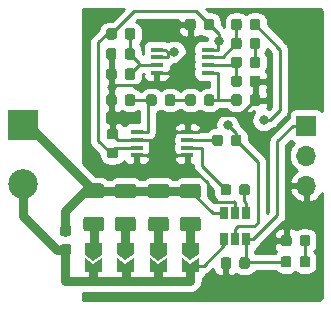
<source format=gtl>
G04 #@! TF.GenerationSoftware,KiCad,Pcbnew,(5.1.2)-1*
G04 #@! TF.CreationDate,2021-08-24T10:23:30+09:00*
G04 #@! TF.ProjectId,csa,6373612e-6b69-4636-9164-5f7063625858,v1.3*
G04 #@! TF.SameCoordinates,Original*
G04 #@! TF.FileFunction,Copper,L1,Top*
G04 #@! TF.FilePolarity,Positive*
%FSLAX46Y46*%
G04 Gerber Fmt 4.6, Leading zero omitted, Abs format (unit mm)*
G04 Created by KiCad (PCBNEW (5.1.2)-1) date 2021-08-24 10:23:30*
%MOMM*%
%LPD*%
G04 APERTURE LIST*
%ADD10C,0.100000*%
%ADD11C,0.875000*%
%ADD12C,1.250000*%
%ADD13C,0.300000*%
%ADD14R,1.100000X0.400000*%
%ADD15R,0.650000X1.060000*%
%ADD16O,1.700000X1.700000*%
%ADD17R,1.700000X1.700000*%
%ADD18C,2.500000*%
%ADD19R,2.500000X2.500000*%
%ADD20C,0.800000*%
%ADD21C,0.250000*%
%ADD22C,0.800000*%
%ADD23C,0.600000*%
%ADD24C,0.254000*%
G04 APERTURE END LIST*
D10*
G36*
X144917691Y-129611053D02*
G01*
X144938926Y-129614203D01*
X144959750Y-129619419D01*
X144979962Y-129626651D01*
X144999368Y-129635830D01*
X145017781Y-129646866D01*
X145035024Y-129659654D01*
X145050930Y-129674070D01*
X145065346Y-129689976D01*
X145078134Y-129707219D01*
X145089170Y-129725632D01*
X145098349Y-129745038D01*
X145105581Y-129765250D01*
X145110797Y-129786074D01*
X145113947Y-129807309D01*
X145115000Y-129828750D01*
X145115000Y-130266250D01*
X145113947Y-130287691D01*
X145110797Y-130308926D01*
X145105581Y-130329750D01*
X145098349Y-130349962D01*
X145089170Y-130369368D01*
X145078134Y-130387781D01*
X145065346Y-130405024D01*
X145050930Y-130420930D01*
X145035024Y-130435346D01*
X145017781Y-130448134D01*
X144999368Y-130459170D01*
X144979962Y-130468349D01*
X144959750Y-130475581D01*
X144938926Y-130480797D01*
X144917691Y-130483947D01*
X144896250Y-130485000D01*
X144383750Y-130485000D01*
X144362309Y-130483947D01*
X144341074Y-130480797D01*
X144320250Y-130475581D01*
X144300038Y-130468349D01*
X144280632Y-130459170D01*
X144262219Y-130448134D01*
X144244976Y-130435346D01*
X144229070Y-130420930D01*
X144214654Y-130405024D01*
X144201866Y-130387781D01*
X144190830Y-130369368D01*
X144181651Y-130349962D01*
X144174419Y-130329750D01*
X144169203Y-130308926D01*
X144166053Y-130287691D01*
X144165000Y-130266250D01*
X144165000Y-129828750D01*
X144166053Y-129807309D01*
X144169203Y-129786074D01*
X144174419Y-129765250D01*
X144181651Y-129745038D01*
X144190830Y-129725632D01*
X144201866Y-129707219D01*
X144214654Y-129689976D01*
X144229070Y-129674070D01*
X144244976Y-129659654D01*
X144262219Y-129646866D01*
X144280632Y-129635830D01*
X144300038Y-129626651D01*
X144320250Y-129619419D01*
X144341074Y-129614203D01*
X144362309Y-129611053D01*
X144383750Y-129610000D01*
X144896250Y-129610000D01*
X144917691Y-129611053D01*
X144917691Y-129611053D01*
G37*
D11*
X144640000Y-130047500D03*
D10*
G36*
X144917691Y-128036053D02*
G01*
X144938926Y-128039203D01*
X144959750Y-128044419D01*
X144979962Y-128051651D01*
X144999368Y-128060830D01*
X145017781Y-128071866D01*
X145035024Y-128084654D01*
X145050930Y-128099070D01*
X145065346Y-128114976D01*
X145078134Y-128132219D01*
X145089170Y-128150632D01*
X145098349Y-128170038D01*
X145105581Y-128190250D01*
X145110797Y-128211074D01*
X145113947Y-128232309D01*
X145115000Y-128253750D01*
X145115000Y-128691250D01*
X145113947Y-128712691D01*
X145110797Y-128733926D01*
X145105581Y-128754750D01*
X145098349Y-128774962D01*
X145089170Y-128794368D01*
X145078134Y-128812781D01*
X145065346Y-128830024D01*
X145050930Y-128845930D01*
X145035024Y-128860346D01*
X145017781Y-128873134D01*
X144999368Y-128884170D01*
X144979962Y-128893349D01*
X144959750Y-128900581D01*
X144938926Y-128905797D01*
X144917691Y-128908947D01*
X144896250Y-128910000D01*
X144383750Y-128910000D01*
X144362309Y-128908947D01*
X144341074Y-128905797D01*
X144320250Y-128900581D01*
X144300038Y-128893349D01*
X144280632Y-128884170D01*
X144262219Y-128873134D01*
X144244976Y-128860346D01*
X144229070Y-128845930D01*
X144214654Y-128830024D01*
X144201866Y-128812781D01*
X144190830Y-128794368D01*
X144181651Y-128774962D01*
X144174419Y-128754750D01*
X144169203Y-128733926D01*
X144166053Y-128712691D01*
X144165000Y-128691250D01*
X144165000Y-128253750D01*
X144166053Y-128232309D01*
X144169203Y-128211074D01*
X144174419Y-128190250D01*
X144181651Y-128170038D01*
X144190830Y-128150632D01*
X144201866Y-128132219D01*
X144214654Y-128114976D01*
X144229070Y-128099070D01*
X144244976Y-128084654D01*
X144262219Y-128071866D01*
X144280632Y-128060830D01*
X144300038Y-128051651D01*
X144320250Y-128044419D01*
X144341074Y-128039203D01*
X144362309Y-128036053D01*
X144383750Y-128035000D01*
X144896250Y-128035000D01*
X144917691Y-128036053D01*
X144917691Y-128036053D01*
G37*
D11*
X144640000Y-128472500D03*
D10*
G36*
X147669504Y-127266204D02*
G01*
X147693773Y-127269804D01*
X147717571Y-127275765D01*
X147740671Y-127284030D01*
X147762849Y-127294520D01*
X147783893Y-127307133D01*
X147803598Y-127321747D01*
X147821777Y-127338223D01*
X147838253Y-127356402D01*
X147852867Y-127376107D01*
X147865480Y-127397151D01*
X147875970Y-127419329D01*
X147884235Y-127442429D01*
X147890196Y-127466227D01*
X147893796Y-127490496D01*
X147895000Y-127515000D01*
X147895000Y-128265000D01*
X147893796Y-128289504D01*
X147890196Y-128313773D01*
X147884235Y-128337571D01*
X147875970Y-128360671D01*
X147865480Y-128382849D01*
X147852867Y-128403893D01*
X147838253Y-128423598D01*
X147821777Y-128441777D01*
X147803598Y-128458253D01*
X147783893Y-128472867D01*
X147762849Y-128485480D01*
X147740671Y-128495970D01*
X147717571Y-128504235D01*
X147693773Y-128510196D01*
X147669504Y-128513796D01*
X147645000Y-128515000D01*
X146395000Y-128515000D01*
X146370496Y-128513796D01*
X146346227Y-128510196D01*
X146322429Y-128504235D01*
X146299329Y-128495970D01*
X146277151Y-128485480D01*
X146256107Y-128472867D01*
X146236402Y-128458253D01*
X146218223Y-128441777D01*
X146201747Y-128423598D01*
X146187133Y-128403893D01*
X146174520Y-128382849D01*
X146164030Y-128360671D01*
X146155765Y-128337571D01*
X146149804Y-128313773D01*
X146146204Y-128289504D01*
X146145000Y-128265000D01*
X146145000Y-127515000D01*
X146146204Y-127490496D01*
X146149804Y-127466227D01*
X146155765Y-127442429D01*
X146164030Y-127419329D01*
X146174520Y-127397151D01*
X146187133Y-127376107D01*
X146201747Y-127356402D01*
X146218223Y-127338223D01*
X146236402Y-127321747D01*
X146256107Y-127307133D01*
X146277151Y-127294520D01*
X146299329Y-127284030D01*
X146322429Y-127275765D01*
X146346227Y-127269804D01*
X146370496Y-127266204D01*
X146395000Y-127265000D01*
X147645000Y-127265000D01*
X147669504Y-127266204D01*
X147669504Y-127266204D01*
G37*
D12*
X147020000Y-127890000D03*
D10*
G36*
X147669504Y-124466204D02*
G01*
X147693773Y-124469804D01*
X147717571Y-124475765D01*
X147740671Y-124484030D01*
X147762849Y-124494520D01*
X147783893Y-124507133D01*
X147803598Y-124521747D01*
X147821777Y-124538223D01*
X147838253Y-124556402D01*
X147852867Y-124576107D01*
X147865480Y-124597151D01*
X147875970Y-124619329D01*
X147884235Y-124642429D01*
X147890196Y-124666227D01*
X147893796Y-124690496D01*
X147895000Y-124715000D01*
X147895000Y-125465000D01*
X147893796Y-125489504D01*
X147890196Y-125513773D01*
X147884235Y-125537571D01*
X147875970Y-125560671D01*
X147865480Y-125582849D01*
X147852867Y-125603893D01*
X147838253Y-125623598D01*
X147821777Y-125641777D01*
X147803598Y-125658253D01*
X147783893Y-125672867D01*
X147762849Y-125685480D01*
X147740671Y-125695970D01*
X147717571Y-125704235D01*
X147693773Y-125710196D01*
X147669504Y-125713796D01*
X147645000Y-125715000D01*
X146395000Y-125715000D01*
X146370496Y-125713796D01*
X146346227Y-125710196D01*
X146322429Y-125704235D01*
X146299329Y-125695970D01*
X146277151Y-125685480D01*
X146256107Y-125672867D01*
X146236402Y-125658253D01*
X146218223Y-125641777D01*
X146201747Y-125623598D01*
X146187133Y-125603893D01*
X146174520Y-125582849D01*
X146164030Y-125560671D01*
X146155765Y-125537571D01*
X146149804Y-125513773D01*
X146146204Y-125489504D01*
X146145000Y-125465000D01*
X146145000Y-124715000D01*
X146146204Y-124690496D01*
X146149804Y-124666227D01*
X146155765Y-124642429D01*
X146164030Y-124619329D01*
X146174520Y-124597151D01*
X146187133Y-124576107D01*
X146201747Y-124556402D01*
X146218223Y-124538223D01*
X146236402Y-124521747D01*
X146256107Y-124507133D01*
X146277151Y-124494520D01*
X146299329Y-124484030D01*
X146322429Y-124475765D01*
X146346227Y-124469804D01*
X146370496Y-124466204D01*
X146395000Y-124465000D01*
X147645000Y-124465000D01*
X147669504Y-124466204D01*
X147669504Y-124466204D01*
G37*
D12*
X147020000Y-125090000D03*
D13*
X146990000Y-129990000D03*
D10*
G36*
X146990000Y-130990000D02*
G01*
X146240000Y-130490000D01*
X146240000Y-129490000D01*
X147740000Y-129490000D01*
X147740000Y-130490000D01*
X146990000Y-130990000D01*
X146990000Y-130990000D01*
G37*
D13*
X146990000Y-131440000D03*
D10*
G36*
X146240000Y-131940000D02*
G01*
X146240000Y-130790000D01*
X146990000Y-131290000D01*
X147740000Y-130790000D01*
X147740000Y-131940000D01*
X146240000Y-131940000D01*
X146240000Y-131940000D01*
G37*
D14*
X150650000Y-122075000D03*
X150650000Y-121425000D03*
X150650000Y-120775000D03*
X150650000Y-120125000D03*
X154950000Y-120125000D03*
X154950000Y-120775000D03*
X154950000Y-121425000D03*
X154950000Y-122075000D03*
D15*
X159000000Y-129200000D03*
X159950000Y-129200000D03*
X158050000Y-129200000D03*
X158050000Y-127000000D03*
X159000000Y-127000000D03*
X159950000Y-127000000D03*
D14*
X156650000Y-113125000D03*
X156650000Y-113775000D03*
X156650000Y-114425000D03*
X156650000Y-115075000D03*
X152350000Y-115075000D03*
X152350000Y-114425000D03*
X152350000Y-113775000D03*
X152350000Y-113125000D03*
D10*
G36*
X159340691Y-110526053D02*
G01*
X159361926Y-110529203D01*
X159382750Y-110534419D01*
X159402962Y-110541651D01*
X159422368Y-110550830D01*
X159440781Y-110561866D01*
X159458024Y-110574654D01*
X159473930Y-110589070D01*
X159488346Y-110604976D01*
X159501134Y-110622219D01*
X159512170Y-110640632D01*
X159521349Y-110660038D01*
X159528581Y-110680250D01*
X159533797Y-110701074D01*
X159536947Y-110722309D01*
X159538000Y-110743750D01*
X159538000Y-111256250D01*
X159536947Y-111277691D01*
X159533797Y-111298926D01*
X159528581Y-111319750D01*
X159521349Y-111339962D01*
X159512170Y-111359368D01*
X159501134Y-111377781D01*
X159488346Y-111395024D01*
X159473930Y-111410930D01*
X159458024Y-111425346D01*
X159440781Y-111438134D01*
X159422368Y-111449170D01*
X159402962Y-111458349D01*
X159382750Y-111465581D01*
X159361926Y-111470797D01*
X159340691Y-111473947D01*
X159319250Y-111475000D01*
X158881750Y-111475000D01*
X158860309Y-111473947D01*
X158839074Y-111470797D01*
X158818250Y-111465581D01*
X158798038Y-111458349D01*
X158778632Y-111449170D01*
X158760219Y-111438134D01*
X158742976Y-111425346D01*
X158727070Y-111410930D01*
X158712654Y-111395024D01*
X158699866Y-111377781D01*
X158688830Y-111359368D01*
X158679651Y-111339962D01*
X158672419Y-111319750D01*
X158667203Y-111298926D01*
X158664053Y-111277691D01*
X158663000Y-111256250D01*
X158663000Y-110743750D01*
X158664053Y-110722309D01*
X158667203Y-110701074D01*
X158672419Y-110680250D01*
X158679651Y-110660038D01*
X158688830Y-110640632D01*
X158699866Y-110622219D01*
X158712654Y-110604976D01*
X158727070Y-110589070D01*
X158742976Y-110574654D01*
X158760219Y-110561866D01*
X158778632Y-110550830D01*
X158798038Y-110541651D01*
X158818250Y-110534419D01*
X158839074Y-110529203D01*
X158860309Y-110526053D01*
X158881750Y-110525000D01*
X159319250Y-110525000D01*
X159340691Y-110526053D01*
X159340691Y-110526053D01*
G37*
D11*
X159100500Y-111000000D03*
D10*
G36*
X160915691Y-110526053D02*
G01*
X160936926Y-110529203D01*
X160957750Y-110534419D01*
X160977962Y-110541651D01*
X160997368Y-110550830D01*
X161015781Y-110561866D01*
X161033024Y-110574654D01*
X161048930Y-110589070D01*
X161063346Y-110604976D01*
X161076134Y-110622219D01*
X161087170Y-110640632D01*
X161096349Y-110660038D01*
X161103581Y-110680250D01*
X161108797Y-110701074D01*
X161111947Y-110722309D01*
X161113000Y-110743750D01*
X161113000Y-111256250D01*
X161111947Y-111277691D01*
X161108797Y-111298926D01*
X161103581Y-111319750D01*
X161096349Y-111339962D01*
X161087170Y-111359368D01*
X161076134Y-111377781D01*
X161063346Y-111395024D01*
X161048930Y-111410930D01*
X161033024Y-111425346D01*
X161015781Y-111438134D01*
X160997368Y-111449170D01*
X160977962Y-111458349D01*
X160957750Y-111465581D01*
X160936926Y-111470797D01*
X160915691Y-111473947D01*
X160894250Y-111475000D01*
X160456750Y-111475000D01*
X160435309Y-111473947D01*
X160414074Y-111470797D01*
X160393250Y-111465581D01*
X160373038Y-111458349D01*
X160353632Y-111449170D01*
X160335219Y-111438134D01*
X160317976Y-111425346D01*
X160302070Y-111410930D01*
X160287654Y-111395024D01*
X160274866Y-111377781D01*
X160263830Y-111359368D01*
X160254651Y-111339962D01*
X160247419Y-111319750D01*
X160242203Y-111298926D01*
X160239053Y-111277691D01*
X160238000Y-111256250D01*
X160238000Y-110743750D01*
X160239053Y-110722309D01*
X160242203Y-110701074D01*
X160247419Y-110680250D01*
X160254651Y-110660038D01*
X160263830Y-110640632D01*
X160274866Y-110622219D01*
X160287654Y-110604976D01*
X160302070Y-110589070D01*
X160317976Y-110574654D01*
X160335219Y-110561866D01*
X160353632Y-110550830D01*
X160373038Y-110541651D01*
X160393250Y-110534419D01*
X160414074Y-110529203D01*
X160435309Y-110526053D01*
X160456750Y-110525000D01*
X160894250Y-110525000D01*
X160915691Y-110526053D01*
X160915691Y-110526053D01*
G37*
D11*
X160675500Y-111000000D03*
D10*
G36*
X152140691Y-116926053D02*
G01*
X152161926Y-116929203D01*
X152182750Y-116934419D01*
X152202962Y-116941651D01*
X152222368Y-116950830D01*
X152240781Y-116961866D01*
X152258024Y-116974654D01*
X152273930Y-116989070D01*
X152288346Y-117004976D01*
X152301134Y-117022219D01*
X152312170Y-117040632D01*
X152321349Y-117060038D01*
X152328581Y-117080250D01*
X152333797Y-117101074D01*
X152336947Y-117122309D01*
X152338000Y-117143750D01*
X152338000Y-117656250D01*
X152336947Y-117677691D01*
X152333797Y-117698926D01*
X152328581Y-117719750D01*
X152321349Y-117739962D01*
X152312170Y-117759368D01*
X152301134Y-117777781D01*
X152288346Y-117795024D01*
X152273930Y-117810930D01*
X152258024Y-117825346D01*
X152240781Y-117838134D01*
X152222368Y-117849170D01*
X152202962Y-117858349D01*
X152182750Y-117865581D01*
X152161926Y-117870797D01*
X152140691Y-117873947D01*
X152119250Y-117875000D01*
X151681750Y-117875000D01*
X151660309Y-117873947D01*
X151639074Y-117870797D01*
X151618250Y-117865581D01*
X151598038Y-117858349D01*
X151578632Y-117849170D01*
X151560219Y-117838134D01*
X151542976Y-117825346D01*
X151527070Y-117810930D01*
X151512654Y-117795024D01*
X151499866Y-117777781D01*
X151488830Y-117759368D01*
X151479651Y-117739962D01*
X151472419Y-117719750D01*
X151467203Y-117698926D01*
X151464053Y-117677691D01*
X151463000Y-117656250D01*
X151463000Y-117143750D01*
X151464053Y-117122309D01*
X151467203Y-117101074D01*
X151472419Y-117080250D01*
X151479651Y-117060038D01*
X151488830Y-117040632D01*
X151499866Y-117022219D01*
X151512654Y-117004976D01*
X151527070Y-116989070D01*
X151542976Y-116974654D01*
X151560219Y-116961866D01*
X151578632Y-116950830D01*
X151598038Y-116941651D01*
X151618250Y-116934419D01*
X151639074Y-116929203D01*
X151660309Y-116926053D01*
X151681750Y-116925000D01*
X152119250Y-116925000D01*
X152140691Y-116926053D01*
X152140691Y-116926053D01*
G37*
D11*
X151900500Y-117400000D03*
D10*
G36*
X153715691Y-116926053D02*
G01*
X153736926Y-116929203D01*
X153757750Y-116934419D01*
X153777962Y-116941651D01*
X153797368Y-116950830D01*
X153815781Y-116961866D01*
X153833024Y-116974654D01*
X153848930Y-116989070D01*
X153863346Y-117004976D01*
X153876134Y-117022219D01*
X153887170Y-117040632D01*
X153896349Y-117060038D01*
X153903581Y-117080250D01*
X153908797Y-117101074D01*
X153911947Y-117122309D01*
X153913000Y-117143750D01*
X153913000Y-117656250D01*
X153911947Y-117677691D01*
X153908797Y-117698926D01*
X153903581Y-117719750D01*
X153896349Y-117739962D01*
X153887170Y-117759368D01*
X153876134Y-117777781D01*
X153863346Y-117795024D01*
X153848930Y-117810930D01*
X153833024Y-117825346D01*
X153815781Y-117838134D01*
X153797368Y-117849170D01*
X153777962Y-117858349D01*
X153757750Y-117865581D01*
X153736926Y-117870797D01*
X153715691Y-117873947D01*
X153694250Y-117875000D01*
X153256750Y-117875000D01*
X153235309Y-117873947D01*
X153214074Y-117870797D01*
X153193250Y-117865581D01*
X153173038Y-117858349D01*
X153153632Y-117849170D01*
X153135219Y-117838134D01*
X153117976Y-117825346D01*
X153102070Y-117810930D01*
X153087654Y-117795024D01*
X153074866Y-117777781D01*
X153063830Y-117759368D01*
X153054651Y-117739962D01*
X153047419Y-117719750D01*
X153042203Y-117698926D01*
X153039053Y-117677691D01*
X153038000Y-117656250D01*
X153038000Y-117143750D01*
X153039053Y-117122309D01*
X153042203Y-117101074D01*
X153047419Y-117080250D01*
X153054651Y-117060038D01*
X153063830Y-117040632D01*
X153074866Y-117022219D01*
X153087654Y-117004976D01*
X153102070Y-116989070D01*
X153117976Y-116974654D01*
X153135219Y-116961866D01*
X153153632Y-116950830D01*
X153173038Y-116941651D01*
X153193250Y-116934419D01*
X153214074Y-116929203D01*
X153235309Y-116926053D01*
X153256750Y-116925000D01*
X153694250Y-116925000D01*
X153715691Y-116926053D01*
X153715691Y-116926053D01*
G37*
D11*
X153475500Y-117400000D03*
D10*
G36*
X159315691Y-120326053D02*
G01*
X159336926Y-120329203D01*
X159357750Y-120334419D01*
X159377962Y-120341651D01*
X159397368Y-120350830D01*
X159415781Y-120361866D01*
X159433024Y-120374654D01*
X159448930Y-120389070D01*
X159463346Y-120404976D01*
X159476134Y-120422219D01*
X159487170Y-120440632D01*
X159496349Y-120460038D01*
X159503581Y-120480250D01*
X159508797Y-120501074D01*
X159511947Y-120522309D01*
X159513000Y-120543750D01*
X159513000Y-121056250D01*
X159511947Y-121077691D01*
X159508797Y-121098926D01*
X159503581Y-121119750D01*
X159496349Y-121139962D01*
X159487170Y-121159368D01*
X159476134Y-121177781D01*
X159463346Y-121195024D01*
X159448930Y-121210930D01*
X159433024Y-121225346D01*
X159415781Y-121238134D01*
X159397368Y-121249170D01*
X159377962Y-121258349D01*
X159357750Y-121265581D01*
X159336926Y-121270797D01*
X159315691Y-121273947D01*
X159294250Y-121275000D01*
X158856750Y-121275000D01*
X158835309Y-121273947D01*
X158814074Y-121270797D01*
X158793250Y-121265581D01*
X158773038Y-121258349D01*
X158753632Y-121249170D01*
X158735219Y-121238134D01*
X158717976Y-121225346D01*
X158702070Y-121210930D01*
X158687654Y-121195024D01*
X158674866Y-121177781D01*
X158663830Y-121159368D01*
X158654651Y-121139962D01*
X158647419Y-121119750D01*
X158642203Y-121098926D01*
X158639053Y-121077691D01*
X158638000Y-121056250D01*
X158638000Y-120543750D01*
X158639053Y-120522309D01*
X158642203Y-120501074D01*
X158647419Y-120480250D01*
X158654651Y-120460038D01*
X158663830Y-120440632D01*
X158674866Y-120422219D01*
X158687654Y-120404976D01*
X158702070Y-120389070D01*
X158717976Y-120374654D01*
X158735219Y-120361866D01*
X158753632Y-120350830D01*
X158773038Y-120341651D01*
X158793250Y-120334419D01*
X158814074Y-120329203D01*
X158835309Y-120326053D01*
X158856750Y-120325000D01*
X159294250Y-120325000D01*
X159315691Y-120326053D01*
X159315691Y-120326053D01*
G37*
D11*
X159075500Y-120800000D03*
D10*
G36*
X157740691Y-120326053D02*
G01*
X157761926Y-120329203D01*
X157782750Y-120334419D01*
X157802962Y-120341651D01*
X157822368Y-120350830D01*
X157840781Y-120361866D01*
X157858024Y-120374654D01*
X157873930Y-120389070D01*
X157888346Y-120404976D01*
X157901134Y-120422219D01*
X157912170Y-120440632D01*
X157921349Y-120460038D01*
X157928581Y-120480250D01*
X157933797Y-120501074D01*
X157936947Y-120522309D01*
X157938000Y-120543750D01*
X157938000Y-121056250D01*
X157936947Y-121077691D01*
X157933797Y-121098926D01*
X157928581Y-121119750D01*
X157921349Y-121139962D01*
X157912170Y-121159368D01*
X157901134Y-121177781D01*
X157888346Y-121195024D01*
X157873930Y-121210930D01*
X157858024Y-121225346D01*
X157840781Y-121238134D01*
X157822368Y-121249170D01*
X157802962Y-121258349D01*
X157782750Y-121265581D01*
X157761926Y-121270797D01*
X157740691Y-121273947D01*
X157719250Y-121275000D01*
X157281750Y-121275000D01*
X157260309Y-121273947D01*
X157239074Y-121270797D01*
X157218250Y-121265581D01*
X157198038Y-121258349D01*
X157178632Y-121249170D01*
X157160219Y-121238134D01*
X157142976Y-121225346D01*
X157127070Y-121210930D01*
X157112654Y-121195024D01*
X157099866Y-121177781D01*
X157088830Y-121159368D01*
X157079651Y-121139962D01*
X157072419Y-121119750D01*
X157067203Y-121098926D01*
X157064053Y-121077691D01*
X157063000Y-121056250D01*
X157063000Y-120543750D01*
X157064053Y-120522309D01*
X157067203Y-120501074D01*
X157072419Y-120480250D01*
X157079651Y-120460038D01*
X157088830Y-120440632D01*
X157099866Y-120422219D01*
X157112654Y-120404976D01*
X157127070Y-120389070D01*
X157142976Y-120374654D01*
X157160219Y-120361866D01*
X157178632Y-120350830D01*
X157198038Y-120341651D01*
X157218250Y-120334419D01*
X157239074Y-120329203D01*
X157260309Y-120326053D01*
X157281750Y-120325000D01*
X157719250Y-120325000D01*
X157740691Y-120326053D01*
X157740691Y-120326053D01*
G37*
D11*
X157500500Y-120800000D03*
D10*
G36*
X150349504Y-127276204D02*
G01*
X150373773Y-127279804D01*
X150397571Y-127285765D01*
X150420671Y-127294030D01*
X150442849Y-127304520D01*
X150463893Y-127317133D01*
X150483598Y-127331747D01*
X150501777Y-127348223D01*
X150518253Y-127366402D01*
X150532867Y-127386107D01*
X150545480Y-127407151D01*
X150555970Y-127429329D01*
X150564235Y-127452429D01*
X150570196Y-127476227D01*
X150573796Y-127500496D01*
X150575000Y-127525000D01*
X150575000Y-128275000D01*
X150573796Y-128299504D01*
X150570196Y-128323773D01*
X150564235Y-128347571D01*
X150555970Y-128370671D01*
X150545480Y-128392849D01*
X150532867Y-128413893D01*
X150518253Y-128433598D01*
X150501777Y-128451777D01*
X150483598Y-128468253D01*
X150463893Y-128482867D01*
X150442849Y-128495480D01*
X150420671Y-128505970D01*
X150397571Y-128514235D01*
X150373773Y-128520196D01*
X150349504Y-128523796D01*
X150325000Y-128525000D01*
X149075000Y-128525000D01*
X149050496Y-128523796D01*
X149026227Y-128520196D01*
X149002429Y-128514235D01*
X148979329Y-128505970D01*
X148957151Y-128495480D01*
X148936107Y-128482867D01*
X148916402Y-128468253D01*
X148898223Y-128451777D01*
X148881747Y-128433598D01*
X148867133Y-128413893D01*
X148854520Y-128392849D01*
X148844030Y-128370671D01*
X148835765Y-128347571D01*
X148829804Y-128323773D01*
X148826204Y-128299504D01*
X148825000Y-128275000D01*
X148825000Y-127525000D01*
X148826204Y-127500496D01*
X148829804Y-127476227D01*
X148835765Y-127452429D01*
X148844030Y-127429329D01*
X148854520Y-127407151D01*
X148867133Y-127386107D01*
X148881747Y-127366402D01*
X148898223Y-127348223D01*
X148916402Y-127331747D01*
X148936107Y-127317133D01*
X148957151Y-127304520D01*
X148979329Y-127294030D01*
X149002429Y-127285765D01*
X149026227Y-127279804D01*
X149050496Y-127276204D01*
X149075000Y-127275000D01*
X150325000Y-127275000D01*
X150349504Y-127276204D01*
X150349504Y-127276204D01*
G37*
D12*
X149700000Y-127900000D03*
D10*
G36*
X150349504Y-124476204D02*
G01*
X150373773Y-124479804D01*
X150397571Y-124485765D01*
X150420671Y-124494030D01*
X150442849Y-124504520D01*
X150463893Y-124517133D01*
X150483598Y-124531747D01*
X150501777Y-124548223D01*
X150518253Y-124566402D01*
X150532867Y-124586107D01*
X150545480Y-124607151D01*
X150555970Y-124629329D01*
X150564235Y-124652429D01*
X150570196Y-124676227D01*
X150573796Y-124700496D01*
X150575000Y-124725000D01*
X150575000Y-125475000D01*
X150573796Y-125499504D01*
X150570196Y-125523773D01*
X150564235Y-125547571D01*
X150555970Y-125570671D01*
X150545480Y-125592849D01*
X150532867Y-125613893D01*
X150518253Y-125633598D01*
X150501777Y-125651777D01*
X150483598Y-125668253D01*
X150463893Y-125682867D01*
X150442849Y-125695480D01*
X150420671Y-125705970D01*
X150397571Y-125714235D01*
X150373773Y-125720196D01*
X150349504Y-125723796D01*
X150325000Y-125725000D01*
X149075000Y-125725000D01*
X149050496Y-125723796D01*
X149026227Y-125720196D01*
X149002429Y-125714235D01*
X148979329Y-125705970D01*
X148957151Y-125695480D01*
X148936107Y-125682867D01*
X148916402Y-125668253D01*
X148898223Y-125651777D01*
X148881747Y-125633598D01*
X148867133Y-125613893D01*
X148854520Y-125592849D01*
X148844030Y-125570671D01*
X148835765Y-125547571D01*
X148829804Y-125523773D01*
X148826204Y-125499504D01*
X148825000Y-125475000D01*
X148825000Y-124725000D01*
X148826204Y-124700496D01*
X148829804Y-124676227D01*
X148835765Y-124652429D01*
X148844030Y-124629329D01*
X148854520Y-124607151D01*
X148867133Y-124586107D01*
X148881747Y-124566402D01*
X148898223Y-124548223D01*
X148916402Y-124531747D01*
X148936107Y-124517133D01*
X148957151Y-124504520D01*
X148979329Y-124494030D01*
X149002429Y-124485765D01*
X149026227Y-124479804D01*
X149050496Y-124476204D01*
X149075000Y-124475000D01*
X150325000Y-124475000D01*
X150349504Y-124476204D01*
X150349504Y-124476204D01*
G37*
D12*
X149700000Y-125100000D03*
D10*
G36*
X148740691Y-113026053D02*
G01*
X148761926Y-113029203D01*
X148782750Y-113034419D01*
X148802962Y-113041651D01*
X148822368Y-113050830D01*
X148840781Y-113061866D01*
X148858024Y-113074654D01*
X148873930Y-113089070D01*
X148888346Y-113104976D01*
X148901134Y-113122219D01*
X148912170Y-113140632D01*
X148921349Y-113160038D01*
X148928581Y-113180250D01*
X148933797Y-113201074D01*
X148936947Y-113222309D01*
X148938000Y-113243750D01*
X148938000Y-113756250D01*
X148936947Y-113777691D01*
X148933797Y-113798926D01*
X148928581Y-113819750D01*
X148921349Y-113839962D01*
X148912170Y-113859368D01*
X148901134Y-113877781D01*
X148888346Y-113895024D01*
X148873930Y-113910930D01*
X148858024Y-113925346D01*
X148840781Y-113938134D01*
X148822368Y-113949170D01*
X148802962Y-113958349D01*
X148782750Y-113965581D01*
X148761926Y-113970797D01*
X148740691Y-113973947D01*
X148719250Y-113975000D01*
X148281750Y-113975000D01*
X148260309Y-113973947D01*
X148239074Y-113970797D01*
X148218250Y-113965581D01*
X148198038Y-113958349D01*
X148178632Y-113949170D01*
X148160219Y-113938134D01*
X148142976Y-113925346D01*
X148127070Y-113910930D01*
X148112654Y-113895024D01*
X148099866Y-113877781D01*
X148088830Y-113859368D01*
X148079651Y-113839962D01*
X148072419Y-113819750D01*
X148067203Y-113798926D01*
X148064053Y-113777691D01*
X148063000Y-113756250D01*
X148063000Y-113243750D01*
X148064053Y-113222309D01*
X148067203Y-113201074D01*
X148072419Y-113180250D01*
X148079651Y-113160038D01*
X148088830Y-113140632D01*
X148099866Y-113122219D01*
X148112654Y-113104976D01*
X148127070Y-113089070D01*
X148142976Y-113074654D01*
X148160219Y-113061866D01*
X148178632Y-113050830D01*
X148198038Y-113041651D01*
X148218250Y-113034419D01*
X148239074Y-113029203D01*
X148260309Y-113026053D01*
X148281750Y-113025000D01*
X148719250Y-113025000D01*
X148740691Y-113026053D01*
X148740691Y-113026053D01*
G37*
D11*
X148500500Y-113500000D03*
D10*
G36*
X150315691Y-113026053D02*
G01*
X150336926Y-113029203D01*
X150357750Y-113034419D01*
X150377962Y-113041651D01*
X150397368Y-113050830D01*
X150415781Y-113061866D01*
X150433024Y-113074654D01*
X150448930Y-113089070D01*
X150463346Y-113104976D01*
X150476134Y-113122219D01*
X150487170Y-113140632D01*
X150496349Y-113160038D01*
X150503581Y-113180250D01*
X150508797Y-113201074D01*
X150511947Y-113222309D01*
X150513000Y-113243750D01*
X150513000Y-113756250D01*
X150511947Y-113777691D01*
X150508797Y-113798926D01*
X150503581Y-113819750D01*
X150496349Y-113839962D01*
X150487170Y-113859368D01*
X150476134Y-113877781D01*
X150463346Y-113895024D01*
X150448930Y-113910930D01*
X150433024Y-113925346D01*
X150415781Y-113938134D01*
X150397368Y-113949170D01*
X150377962Y-113958349D01*
X150357750Y-113965581D01*
X150336926Y-113970797D01*
X150315691Y-113973947D01*
X150294250Y-113975000D01*
X149856750Y-113975000D01*
X149835309Y-113973947D01*
X149814074Y-113970797D01*
X149793250Y-113965581D01*
X149773038Y-113958349D01*
X149753632Y-113949170D01*
X149735219Y-113938134D01*
X149717976Y-113925346D01*
X149702070Y-113910930D01*
X149687654Y-113895024D01*
X149674866Y-113877781D01*
X149663830Y-113859368D01*
X149654651Y-113839962D01*
X149647419Y-113819750D01*
X149642203Y-113798926D01*
X149639053Y-113777691D01*
X149638000Y-113756250D01*
X149638000Y-113243750D01*
X149639053Y-113222309D01*
X149642203Y-113201074D01*
X149647419Y-113180250D01*
X149654651Y-113160038D01*
X149663830Y-113140632D01*
X149674866Y-113122219D01*
X149687654Y-113104976D01*
X149702070Y-113089070D01*
X149717976Y-113074654D01*
X149735219Y-113061866D01*
X149753632Y-113050830D01*
X149773038Y-113041651D01*
X149793250Y-113034419D01*
X149814074Y-113029203D01*
X149835309Y-113026053D01*
X149856750Y-113025000D01*
X150294250Y-113025000D01*
X150315691Y-113026053D01*
X150315691Y-113026053D01*
G37*
D11*
X150075500Y-113500000D03*
D10*
G36*
X150327691Y-111326053D02*
G01*
X150348926Y-111329203D01*
X150369750Y-111334419D01*
X150389962Y-111341651D01*
X150409368Y-111350830D01*
X150427781Y-111361866D01*
X150445024Y-111374654D01*
X150460930Y-111389070D01*
X150475346Y-111404976D01*
X150488134Y-111422219D01*
X150499170Y-111440632D01*
X150508349Y-111460038D01*
X150515581Y-111480250D01*
X150520797Y-111501074D01*
X150523947Y-111522309D01*
X150525000Y-111543750D01*
X150525000Y-112056250D01*
X150523947Y-112077691D01*
X150520797Y-112098926D01*
X150515581Y-112119750D01*
X150508349Y-112139962D01*
X150499170Y-112159368D01*
X150488134Y-112177781D01*
X150475346Y-112195024D01*
X150460930Y-112210930D01*
X150445024Y-112225346D01*
X150427781Y-112238134D01*
X150409368Y-112249170D01*
X150389962Y-112258349D01*
X150369750Y-112265581D01*
X150348926Y-112270797D01*
X150327691Y-112273947D01*
X150306250Y-112275000D01*
X149868750Y-112275000D01*
X149847309Y-112273947D01*
X149826074Y-112270797D01*
X149805250Y-112265581D01*
X149785038Y-112258349D01*
X149765632Y-112249170D01*
X149747219Y-112238134D01*
X149729976Y-112225346D01*
X149714070Y-112210930D01*
X149699654Y-112195024D01*
X149686866Y-112177781D01*
X149675830Y-112159368D01*
X149666651Y-112139962D01*
X149659419Y-112119750D01*
X149654203Y-112098926D01*
X149651053Y-112077691D01*
X149650000Y-112056250D01*
X149650000Y-111543750D01*
X149651053Y-111522309D01*
X149654203Y-111501074D01*
X149659419Y-111480250D01*
X149666651Y-111460038D01*
X149675830Y-111440632D01*
X149686866Y-111422219D01*
X149699654Y-111404976D01*
X149714070Y-111389070D01*
X149729976Y-111374654D01*
X149747219Y-111361866D01*
X149765632Y-111350830D01*
X149785038Y-111341651D01*
X149805250Y-111334419D01*
X149826074Y-111329203D01*
X149847309Y-111326053D01*
X149868750Y-111325000D01*
X150306250Y-111325000D01*
X150327691Y-111326053D01*
X150327691Y-111326053D01*
G37*
D11*
X150087500Y-111800000D03*
D10*
G36*
X148752691Y-111326053D02*
G01*
X148773926Y-111329203D01*
X148794750Y-111334419D01*
X148814962Y-111341651D01*
X148834368Y-111350830D01*
X148852781Y-111361866D01*
X148870024Y-111374654D01*
X148885930Y-111389070D01*
X148900346Y-111404976D01*
X148913134Y-111422219D01*
X148924170Y-111440632D01*
X148933349Y-111460038D01*
X148940581Y-111480250D01*
X148945797Y-111501074D01*
X148948947Y-111522309D01*
X148950000Y-111543750D01*
X148950000Y-112056250D01*
X148948947Y-112077691D01*
X148945797Y-112098926D01*
X148940581Y-112119750D01*
X148933349Y-112139962D01*
X148924170Y-112159368D01*
X148913134Y-112177781D01*
X148900346Y-112195024D01*
X148885930Y-112210930D01*
X148870024Y-112225346D01*
X148852781Y-112238134D01*
X148834368Y-112249170D01*
X148814962Y-112258349D01*
X148794750Y-112265581D01*
X148773926Y-112270797D01*
X148752691Y-112273947D01*
X148731250Y-112275000D01*
X148293750Y-112275000D01*
X148272309Y-112273947D01*
X148251074Y-112270797D01*
X148230250Y-112265581D01*
X148210038Y-112258349D01*
X148190632Y-112249170D01*
X148172219Y-112238134D01*
X148154976Y-112225346D01*
X148139070Y-112210930D01*
X148124654Y-112195024D01*
X148111866Y-112177781D01*
X148100830Y-112159368D01*
X148091651Y-112139962D01*
X148084419Y-112119750D01*
X148079203Y-112098926D01*
X148076053Y-112077691D01*
X148075000Y-112056250D01*
X148075000Y-111543750D01*
X148076053Y-111522309D01*
X148079203Y-111501074D01*
X148084419Y-111480250D01*
X148091651Y-111460038D01*
X148100830Y-111440632D01*
X148111866Y-111422219D01*
X148124654Y-111404976D01*
X148139070Y-111389070D01*
X148154976Y-111374654D01*
X148172219Y-111361866D01*
X148190632Y-111350830D01*
X148210038Y-111341651D01*
X148230250Y-111334419D01*
X148251074Y-111329203D01*
X148272309Y-111326053D01*
X148293750Y-111325000D01*
X148731250Y-111325000D01*
X148752691Y-111326053D01*
X148752691Y-111326053D01*
G37*
D11*
X148512500Y-111800000D03*
D10*
G36*
X163564691Y-128826053D02*
G01*
X163585926Y-128829203D01*
X163606750Y-128834419D01*
X163626962Y-128841651D01*
X163646368Y-128850830D01*
X163664781Y-128861866D01*
X163682024Y-128874654D01*
X163697930Y-128889070D01*
X163712346Y-128904976D01*
X163725134Y-128922219D01*
X163736170Y-128940632D01*
X163745349Y-128960038D01*
X163752581Y-128980250D01*
X163757797Y-129001074D01*
X163760947Y-129022309D01*
X163762000Y-129043750D01*
X163762000Y-129556250D01*
X163760947Y-129577691D01*
X163757797Y-129598926D01*
X163752581Y-129619750D01*
X163745349Y-129639962D01*
X163736170Y-129659368D01*
X163725134Y-129677781D01*
X163712346Y-129695024D01*
X163697930Y-129710930D01*
X163682024Y-129725346D01*
X163664781Y-129738134D01*
X163646368Y-129749170D01*
X163626962Y-129758349D01*
X163606750Y-129765581D01*
X163585926Y-129770797D01*
X163564691Y-129773947D01*
X163543250Y-129775000D01*
X163105750Y-129775000D01*
X163084309Y-129773947D01*
X163063074Y-129770797D01*
X163042250Y-129765581D01*
X163022038Y-129758349D01*
X163002632Y-129749170D01*
X162984219Y-129738134D01*
X162966976Y-129725346D01*
X162951070Y-129710930D01*
X162936654Y-129695024D01*
X162923866Y-129677781D01*
X162912830Y-129659368D01*
X162903651Y-129639962D01*
X162896419Y-129619750D01*
X162891203Y-129598926D01*
X162888053Y-129577691D01*
X162887000Y-129556250D01*
X162887000Y-129043750D01*
X162888053Y-129022309D01*
X162891203Y-129001074D01*
X162896419Y-128980250D01*
X162903651Y-128960038D01*
X162912830Y-128940632D01*
X162923866Y-128922219D01*
X162936654Y-128904976D01*
X162951070Y-128889070D01*
X162966976Y-128874654D01*
X162984219Y-128861866D01*
X163002632Y-128850830D01*
X163022038Y-128841651D01*
X163042250Y-128834419D01*
X163063074Y-128829203D01*
X163084309Y-128826053D01*
X163105750Y-128825000D01*
X163543250Y-128825000D01*
X163564691Y-128826053D01*
X163564691Y-128826053D01*
G37*
D11*
X163324500Y-129300000D03*
D10*
G36*
X165139691Y-128826053D02*
G01*
X165160926Y-128829203D01*
X165181750Y-128834419D01*
X165201962Y-128841651D01*
X165221368Y-128850830D01*
X165239781Y-128861866D01*
X165257024Y-128874654D01*
X165272930Y-128889070D01*
X165287346Y-128904976D01*
X165300134Y-128922219D01*
X165311170Y-128940632D01*
X165320349Y-128960038D01*
X165327581Y-128980250D01*
X165332797Y-129001074D01*
X165335947Y-129022309D01*
X165337000Y-129043750D01*
X165337000Y-129556250D01*
X165335947Y-129577691D01*
X165332797Y-129598926D01*
X165327581Y-129619750D01*
X165320349Y-129639962D01*
X165311170Y-129659368D01*
X165300134Y-129677781D01*
X165287346Y-129695024D01*
X165272930Y-129710930D01*
X165257024Y-129725346D01*
X165239781Y-129738134D01*
X165221368Y-129749170D01*
X165201962Y-129758349D01*
X165181750Y-129765581D01*
X165160926Y-129770797D01*
X165139691Y-129773947D01*
X165118250Y-129775000D01*
X164680750Y-129775000D01*
X164659309Y-129773947D01*
X164638074Y-129770797D01*
X164617250Y-129765581D01*
X164597038Y-129758349D01*
X164577632Y-129749170D01*
X164559219Y-129738134D01*
X164541976Y-129725346D01*
X164526070Y-129710930D01*
X164511654Y-129695024D01*
X164498866Y-129677781D01*
X164487830Y-129659368D01*
X164478651Y-129639962D01*
X164471419Y-129619750D01*
X164466203Y-129598926D01*
X164463053Y-129577691D01*
X164462000Y-129556250D01*
X164462000Y-129043750D01*
X164463053Y-129022309D01*
X164466203Y-129001074D01*
X164471419Y-128980250D01*
X164478651Y-128960038D01*
X164487830Y-128940632D01*
X164498866Y-128922219D01*
X164511654Y-128904976D01*
X164526070Y-128889070D01*
X164541976Y-128874654D01*
X164559219Y-128861866D01*
X164577632Y-128850830D01*
X164597038Y-128841651D01*
X164617250Y-128834419D01*
X164638074Y-128829203D01*
X164659309Y-128826053D01*
X164680750Y-128825000D01*
X165118250Y-128825000D01*
X165139691Y-128826053D01*
X165139691Y-128826053D01*
G37*
D11*
X164899500Y-129300000D03*
D16*
X165000000Y-124640000D03*
X165000000Y-122100000D03*
D17*
X165000000Y-119560000D03*
D18*
X141000000Y-124500000D03*
D19*
X141000000Y-119500000D03*
D10*
G36*
X163552691Y-130626053D02*
G01*
X163573926Y-130629203D01*
X163594750Y-130634419D01*
X163614962Y-130641651D01*
X163634368Y-130650830D01*
X163652781Y-130661866D01*
X163670024Y-130674654D01*
X163685930Y-130689070D01*
X163700346Y-130704976D01*
X163713134Y-130722219D01*
X163724170Y-130740632D01*
X163733349Y-130760038D01*
X163740581Y-130780250D01*
X163745797Y-130801074D01*
X163748947Y-130822309D01*
X163750000Y-130843750D01*
X163750000Y-131356250D01*
X163748947Y-131377691D01*
X163745797Y-131398926D01*
X163740581Y-131419750D01*
X163733349Y-131439962D01*
X163724170Y-131459368D01*
X163713134Y-131477781D01*
X163700346Y-131495024D01*
X163685930Y-131510930D01*
X163670024Y-131525346D01*
X163652781Y-131538134D01*
X163634368Y-131549170D01*
X163614962Y-131558349D01*
X163594750Y-131565581D01*
X163573926Y-131570797D01*
X163552691Y-131573947D01*
X163531250Y-131575000D01*
X163093750Y-131575000D01*
X163072309Y-131573947D01*
X163051074Y-131570797D01*
X163030250Y-131565581D01*
X163010038Y-131558349D01*
X162990632Y-131549170D01*
X162972219Y-131538134D01*
X162954976Y-131525346D01*
X162939070Y-131510930D01*
X162924654Y-131495024D01*
X162911866Y-131477781D01*
X162900830Y-131459368D01*
X162891651Y-131439962D01*
X162884419Y-131419750D01*
X162879203Y-131398926D01*
X162876053Y-131377691D01*
X162875000Y-131356250D01*
X162875000Y-130843750D01*
X162876053Y-130822309D01*
X162879203Y-130801074D01*
X162884419Y-130780250D01*
X162891651Y-130760038D01*
X162900830Y-130740632D01*
X162911866Y-130722219D01*
X162924654Y-130704976D01*
X162939070Y-130689070D01*
X162954976Y-130674654D01*
X162972219Y-130661866D01*
X162990632Y-130650830D01*
X163010038Y-130641651D01*
X163030250Y-130634419D01*
X163051074Y-130629203D01*
X163072309Y-130626053D01*
X163093750Y-130625000D01*
X163531250Y-130625000D01*
X163552691Y-130626053D01*
X163552691Y-130626053D01*
G37*
D11*
X163312500Y-131100000D03*
D10*
G36*
X165127691Y-130626053D02*
G01*
X165148926Y-130629203D01*
X165169750Y-130634419D01*
X165189962Y-130641651D01*
X165209368Y-130650830D01*
X165227781Y-130661866D01*
X165245024Y-130674654D01*
X165260930Y-130689070D01*
X165275346Y-130704976D01*
X165288134Y-130722219D01*
X165299170Y-130740632D01*
X165308349Y-130760038D01*
X165315581Y-130780250D01*
X165320797Y-130801074D01*
X165323947Y-130822309D01*
X165325000Y-130843750D01*
X165325000Y-131356250D01*
X165323947Y-131377691D01*
X165320797Y-131398926D01*
X165315581Y-131419750D01*
X165308349Y-131439962D01*
X165299170Y-131459368D01*
X165288134Y-131477781D01*
X165275346Y-131495024D01*
X165260930Y-131510930D01*
X165245024Y-131525346D01*
X165227781Y-131538134D01*
X165209368Y-131549170D01*
X165189962Y-131558349D01*
X165169750Y-131565581D01*
X165148926Y-131570797D01*
X165127691Y-131573947D01*
X165106250Y-131575000D01*
X164668750Y-131575000D01*
X164647309Y-131573947D01*
X164626074Y-131570797D01*
X164605250Y-131565581D01*
X164585038Y-131558349D01*
X164565632Y-131549170D01*
X164547219Y-131538134D01*
X164529976Y-131525346D01*
X164514070Y-131510930D01*
X164499654Y-131495024D01*
X164486866Y-131477781D01*
X164475830Y-131459368D01*
X164466651Y-131439962D01*
X164459419Y-131419750D01*
X164454203Y-131398926D01*
X164451053Y-131377691D01*
X164450000Y-131356250D01*
X164450000Y-130843750D01*
X164451053Y-130822309D01*
X164454203Y-130801074D01*
X164459419Y-130780250D01*
X164466651Y-130760038D01*
X164475830Y-130740632D01*
X164486866Y-130722219D01*
X164499654Y-130704976D01*
X164514070Y-130689070D01*
X164529976Y-130674654D01*
X164547219Y-130661866D01*
X164565632Y-130650830D01*
X164585038Y-130641651D01*
X164605250Y-130634419D01*
X164626074Y-130629203D01*
X164647309Y-130626053D01*
X164668750Y-130625000D01*
X165106250Y-130625000D01*
X165127691Y-130626053D01*
X165127691Y-130626053D01*
G37*
D11*
X164887500Y-131100000D03*
D10*
G36*
X155440691Y-110526053D02*
G01*
X155461926Y-110529203D01*
X155482750Y-110534419D01*
X155502962Y-110541651D01*
X155522368Y-110550830D01*
X155540781Y-110561866D01*
X155558024Y-110574654D01*
X155573930Y-110589070D01*
X155588346Y-110604976D01*
X155601134Y-110622219D01*
X155612170Y-110640632D01*
X155621349Y-110660038D01*
X155628581Y-110680250D01*
X155633797Y-110701074D01*
X155636947Y-110722309D01*
X155638000Y-110743750D01*
X155638000Y-111256250D01*
X155636947Y-111277691D01*
X155633797Y-111298926D01*
X155628581Y-111319750D01*
X155621349Y-111339962D01*
X155612170Y-111359368D01*
X155601134Y-111377781D01*
X155588346Y-111395024D01*
X155573930Y-111410930D01*
X155558024Y-111425346D01*
X155540781Y-111438134D01*
X155522368Y-111449170D01*
X155502962Y-111458349D01*
X155482750Y-111465581D01*
X155461926Y-111470797D01*
X155440691Y-111473947D01*
X155419250Y-111475000D01*
X154981750Y-111475000D01*
X154960309Y-111473947D01*
X154939074Y-111470797D01*
X154918250Y-111465581D01*
X154898038Y-111458349D01*
X154878632Y-111449170D01*
X154860219Y-111438134D01*
X154842976Y-111425346D01*
X154827070Y-111410930D01*
X154812654Y-111395024D01*
X154799866Y-111377781D01*
X154788830Y-111359368D01*
X154779651Y-111339962D01*
X154772419Y-111319750D01*
X154767203Y-111298926D01*
X154764053Y-111277691D01*
X154763000Y-111256250D01*
X154763000Y-110743750D01*
X154764053Y-110722309D01*
X154767203Y-110701074D01*
X154772419Y-110680250D01*
X154779651Y-110660038D01*
X154788830Y-110640632D01*
X154799866Y-110622219D01*
X154812654Y-110604976D01*
X154827070Y-110589070D01*
X154842976Y-110574654D01*
X154860219Y-110561866D01*
X154878632Y-110550830D01*
X154898038Y-110541651D01*
X154918250Y-110534419D01*
X154939074Y-110529203D01*
X154960309Y-110526053D01*
X154981750Y-110525000D01*
X155419250Y-110525000D01*
X155440691Y-110526053D01*
X155440691Y-110526053D01*
G37*
D11*
X155200500Y-111000000D03*
D10*
G36*
X157015691Y-110526053D02*
G01*
X157036926Y-110529203D01*
X157057750Y-110534419D01*
X157077962Y-110541651D01*
X157097368Y-110550830D01*
X157115781Y-110561866D01*
X157133024Y-110574654D01*
X157148930Y-110589070D01*
X157163346Y-110604976D01*
X157176134Y-110622219D01*
X157187170Y-110640632D01*
X157196349Y-110660038D01*
X157203581Y-110680250D01*
X157208797Y-110701074D01*
X157211947Y-110722309D01*
X157213000Y-110743750D01*
X157213000Y-111256250D01*
X157211947Y-111277691D01*
X157208797Y-111298926D01*
X157203581Y-111319750D01*
X157196349Y-111339962D01*
X157187170Y-111359368D01*
X157176134Y-111377781D01*
X157163346Y-111395024D01*
X157148930Y-111410930D01*
X157133024Y-111425346D01*
X157115781Y-111438134D01*
X157097368Y-111449170D01*
X157077962Y-111458349D01*
X157057750Y-111465581D01*
X157036926Y-111470797D01*
X157015691Y-111473947D01*
X156994250Y-111475000D01*
X156556750Y-111475000D01*
X156535309Y-111473947D01*
X156514074Y-111470797D01*
X156493250Y-111465581D01*
X156473038Y-111458349D01*
X156453632Y-111449170D01*
X156435219Y-111438134D01*
X156417976Y-111425346D01*
X156402070Y-111410930D01*
X156387654Y-111395024D01*
X156374866Y-111377781D01*
X156363830Y-111359368D01*
X156354651Y-111339962D01*
X156347419Y-111319750D01*
X156342203Y-111298926D01*
X156339053Y-111277691D01*
X156338000Y-111256250D01*
X156338000Y-110743750D01*
X156339053Y-110722309D01*
X156342203Y-110701074D01*
X156347419Y-110680250D01*
X156354651Y-110660038D01*
X156363830Y-110640632D01*
X156374866Y-110622219D01*
X156387654Y-110604976D01*
X156402070Y-110589070D01*
X156417976Y-110574654D01*
X156435219Y-110561866D01*
X156453632Y-110550830D01*
X156473038Y-110541651D01*
X156493250Y-110534419D01*
X156514074Y-110529203D01*
X156535309Y-110526053D01*
X156556750Y-110525000D01*
X156994250Y-110525000D01*
X157015691Y-110526053D01*
X157015691Y-110526053D01*
G37*
D11*
X156775500Y-111000000D03*
D10*
G36*
X160915691Y-116926053D02*
G01*
X160936926Y-116929203D01*
X160957750Y-116934419D01*
X160977962Y-116941651D01*
X160997368Y-116950830D01*
X161015781Y-116961866D01*
X161033024Y-116974654D01*
X161048930Y-116989070D01*
X161063346Y-117004976D01*
X161076134Y-117022219D01*
X161087170Y-117040632D01*
X161096349Y-117060038D01*
X161103581Y-117080250D01*
X161108797Y-117101074D01*
X161111947Y-117122309D01*
X161113000Y-117143750D01*
X161113000Y-117656250D01*
X161111947Y-117677691D01*
X161108797Y-117698926D01*
X161103581Y-117719750D01*
X161096349Y-117739962D01*
X161087170Y-117759368D01*
X161076134Y-117777781D01*
X161063346Y-117795024D01*
X161048930Y-117810930D01*
X161033024Y-117825346D01*
X161015781Y-117838134D01*
X160997368Y-117849170D01*
X160977962Y-117858349D01*
X160957750Y-117865581D01*
X160936926Y-117870797D01*
X160915691Y-117873947D01*
X160894250Y-117875000D01*
X160456750Y-117875000D01*
X160435309Y-117873947D01*
X160414074Y-117870797D01*
X160393250Y-117865581D01*
X160373038Y-117858349D01*
X160353632Y-117849170D01*
X160335219Y-117838134D01*
X160317976Y-117825346D01*
X160302070Y-117810930D01*
X160287654Y-117795024D01*
X160274866Y-117777781D01*
X160263830Y-117759368D01*
X160254651Y-117739962D01*
X160247419Y-117719750D01*
X160242203Y-117698926D01*
X160239053Y-117677691D01*
X160238000Y-117656250D01*
X160238000Y-117143750D01*
X160239053Y-117122309D01*
X160242203Y-117101074D01*
X160247419Y-117080250D01*
X160254651Y-117060038D01*
X160263830Y-117040632D01*
X160274866Y-117022219D01*
X160287654Y-117004976D01*
X160302070Y-116989070D01*
X160317976Y-116974654D01*
X160335219Y-116961866D01*
X160353632Y-116950830D01*
X160373038Y-116941651D01*
X160393250Y-116934419D01*
X160414074Y-116929203D01*
X160435309Y-116926053D01*
X160456750Y-116925000D01*
X160894250Y-116925000D01*
X160915691Y-116926053D01*
X160915691Y-116926053D01*
G37*
D11*
X160675500Y-117400000D03*
D10*
G36*
X159340691Y-116926053D02*
G01*
X159361926Y-116929203D01*
X159382750Y-116934419D01*
X159402962Y-116941651D01*
X159422368Y-116950830D01*
X159440781Y-116961866D01*
X159458024Y-116974654D01*
X159473930Y-116989070D01*
X159488346Y-117004976D01*
X159501134Y-117022219D01*
X159512170Y-117040632D01*
X159521349Y-117060038D01*
X159528581Y-117080250D01*
X159533797Y-117101074D01*
X159536947Y-117122309D01*
X159538000Y-117143750D01*
X159538000Y-117656250D01*
X159536947Y-117677691D01*
X159533797Y-117698926D01*
X159528581Y-117719750D01*
X159521349Y-117739962D01*
X159512170Y-117759368D01*
X159501134Y-117777781D01*
X159488346Y-117795024D01*
X159473930Y-117810930D01*
X159458024Y-117825346D01*
X159440781Y-117838134D01*
X159422368Y-117849170D01*
X159402962Y-117858349D01*
X159382750Y-117865581D01*
X159361926Y-117870797D01*
X159340691Y-117873947D01*
X159319250Y-117875000D01*
X158881750Y-117875000D01*
X158860309Y-117873947D01*
X158839074Y-117870797D01*
X158818250Y-117865581D01*
X158798038Y-117858349D01*
X158778632Y-117849170D01*
X158760219Y-117838134D01*
X158742976Y-117825346D01*
X158727070Y-117810930D01*
X158712654Y-117795024D01*
X158699866Y-117777781D01*
X158688830Y-117759368D01*
X158679651Y-117739962D01*
X158672419Y-117719750D01*
X158667203Y-117698926D01*
X158664053Y-117677691D01*
X158663000Y-117656250D01*
X158663000Y-117143750D01*
X158664053Y-117122309D01*
X158667203Y-117101074D01*
X158672419Y-117080250D01*
X158679651Y-117060038D01*
X158688830Y-117040632D01*
X158699866Y-117022219D01*
X158712654Y-117004976D01*
X158727070Y-116989070D01*
X158742976Y-116974654D01*
X158760219Y-116961866D01*
X158778632Y-116950830D01*
X158798038Y-116941651D01*
X158818250Y-116934419D01*
X158839074Y-116929203D01*
X158860309Y-116926053D01*
X158881750Y-116925000D01*
X159319250Y-116925000D01*
X159340691Y-116926053D01*
X159340691Y-116926053D01*
G37*
D11*
X159100500Y-117400000D03*
D10*
G36*
X148877691Y-119864053D02*
G01*
X148898926Y-119867203D01*
X148919750Y-119872419D01*
X148939962Y-119879651D01*
X148959368Y-119888830D01*
X148977781Y-119899866D01*
X148995024Y-119912654D01*
X149010930Y-119927070D01*
X149025346Y-119942976D01*
X149038134Y-119960219D01*
X149049170Y-119978632D01*
X149058349Y-119998038D01*
X149065581Y-120018250D01*
X149070797Y-120039074D01*
X149073947Y-120060309D01*
X149075000Y-120081750D01*
X149075000Y-120519250D01*
X149073947Y-120540691D01*
X149070797Y-120561926D01*
X149065581Y-120582750D01*
X149058349Y-120602962D01*
X149049170Y-120622368D01*
X149038134Y-120640781D01*
X149025346Y-120658024D01*
X149010930Y-120673930D01*
X148995024Y-120688346D01*
X148977781Y-120701134D01*
X148959368Y-120712170D01*
X148939962Y-120721349D01*
X148919750Y-120728581D01*
X148898926Y-120733797D01*
X148877691Y-120736947D01*
X148856250Y-120738000D01*
X148343750Y-120738000D01*
X148322309Y-120736947D01*
X148301074Y-120733797D01*
X148280250Y-120728581D01*
X148260038Y-120721349D01*
X148240632Y-120712170D01*
X148222219Y-120701134D01*
X148204976Y-120688346D01*
X148189070Y-120673930D01*
X148174654Y-120658024D01*
X148161866Y-120640781D01*
X148150830Y-120622368D01*
X148141651Y-120602962D01*
X148134419Y-120582750D01*
X148129203Y-120561926D01*
X148126053Y-120540691D01*
X148125000Y-120519250D01*
X148125000Y-120081750D01*
X148126053Y-120060309D01*
X148129203Y-120039074D01*
X148134419Y-120018250D01*
X148141651Y-119998038D01*
X148150830Y-119978632D01*
X148161866Y-119960219D01*
X148174654Y-119942976D01*
X148189070Y-119927070D01*
X148204976Y-119912654D01*
X148222219Y-119899866D01*
X148240632Y-119888830D01*
X148260038Y-119879651D01*
X148280250Y-119872419D01*
X148301074Y-119867203D01*
X148322309Y-119864053D01*
X148343750Y-119863000D01*
X148856250Y-119863000D01*
X148877691Y-119864053D01*
X148877691Y-119864053D01*
G37*
D11*
X148600000Y-120300500D03*
D10*
G36*
X148877691Y-121439053D02*
G01*
X148898926Y-121442203D01*
X148919750Y-121447419D01*
X148939962Y-121454651D01*
X148959368Y-121463830D01*
X148977781Y-121474866D01*
X148995024Y-121487654D01*
X149010930Y-121502070D01*
X149025346Y-121517976D01*
X149038134Y-121535219D01*
X149049170Y-121553632D01*
X149058349Y-121573038D01*
X149065581Y-121593250D01*
X149070797Y-121614074D01*
X149073947Y-121635309D01*
X149075000Y-121656750D01*
X149075000Y-122094250D01*
X149073947Y-122115691D01*
X149070797Y-122136926D01*
X149065581Y-122157750D01*
X149058349Y-122177962D01*
X149049170Y-122197368D01*
X149038134Y-122215781D01*
X149025346Y-122233024D01*
X149010930Y-122248930D01*
X148995024Y-122263346D01*
X148977781Y-122276134D01*
X148959368Y-122287170D01*
X148939962Y-122296349D01*
X148919750Y-122303581D01*
X148898926Y-122308797D01*
X148877691Y-122311947D01*
X148856250Y-122313000D01*
X148343750Y-122313000D01*
X148322309Y-122311947D01*
X148301074Y-122308797D01*
X148280250Y-122303581D01*
X148260038Y-122296349D01*
X148240632Y-122287170D01*
X148222219Y-122276134D01*
X148204976Y-122263346D01*
X148189070Y-122248930D01*
X148174654Y-122233024D01*
X148161866Y-122215781D01*
X148150830Y-122197368D01*
X148141651Y-122177962D01*
X148134419Y-122157750D01*
X148129203Y-122136926D01*
X148126053Y-122115691D01*
X148125000Y-122094250D01*
X148125000Y-121656750D01*
X148126053Y-121635309D01*
X148129203Y-121614074D01*
X148134419Y-121593250D01*
X148141651Y-121573038D01*
X148150830Y-121553632D01*
X148161866Y-121535219D01*
X148174654Y-121517976D01*
X148189070Y-121502070D01*
X148204976Y-121487654D01*
X148222219Y-121474866D01*
X148240632Y-121463830D01*
X148260038Y-121454651D01*
X148280250Y-121447419D01*
X148301074Y-121442203D01*
X148322309Y-121439053D01*
X148343750Y-121438000D01*
X148856250Y-121438000D01*
X148877691Y-121439053D01*
X148877691Y-121439053D01*
G37*
D11*
X148600000Y-121875500D03*
D10*
G36*
X148752691Y-116926053D02*
G01*
X148773926Y-116929203D01*
X148794750Y-116934419D01*
X148814962Y-116941651D01*
X148834368Y-116950830D01*
X148852781Y-116961866D01*
X148870024Y-116974654D01*
X148885930Y-116989070D01*
X148900346Y-117004976D01*
X148913134Y-117022219D01*
X148924170Y-117040632D01*
X148933349Y-117060038D01*
X148940581Y-117080250D01*
X148945797Y-117101074D01*
X148948947Y-117122309D01*
X148950000Y-117143750D01*
X148950000Y-117656250D01*
X148948947Y-117677691D01*
X148945797Y-117698926D01*
X148940581Y-117719750D01*
X148933349Y-117739962D01*
X148924170Y-117759368D01*
X148913134Y-117777781D01*
X148900346Y-117795024D01*
X148885930Y-117810930D01*
X148870024Y-117825346D01*
X148852781Y-117838134D01*
X148834368Y-117849170D01*
X148814962Y-117858349D01*
X148794750Y-117865581D01*
X148773926Y-117870797D01*
X148752691Y-117873947D01*
X148731250Y-117875000D01*
X148293750Y-117875000D01*
X148272309Y-117873947D01*
X148251074Y-117870797D01*
X148230250Y-117865581D01*
X148210038Y-117858349D01*
X148190632Y-117849170D01*
X148172219Y-117838134D01*
X148154976Y-117825346D01*
X148139070Y-117810930D01*
X148124654Y-117795024D01*
X148111866Y-117777781D01*
X148100830Y-117759368D01*
X148091651Y-117739962D01*
X148084419Y-117719750D01*
X148079203Y-117698926D01*
X148076053Y-117677691D01*
X148075000Y-117656250D01*
X148075000Y-117143750D01*
X148076053Y-117122309D01*
X148079203Y-117101074D01*
X148084419Y-117080250D01*
X148091651Y-117060038D01*
X148100830Y-117040632D01*
X148111866Y-117022219D01*
X148124654Y-117004976D01*
X148139070Y-116989070D01*
X148154976Y-116974654D01*
X148172219Y-116961866D01*
X148190632Y-116950830D01*
X148210038Y-116941651D01*
X148230250Y-116934419D01*
X148251074Y-116929203D01*
X148272309Y-116926053D01*
X148293750Y-116925000D01*
X148731250Y-116925000D01*
X148752691Y-116926053D01*
X148752691Y-116926053D01*
G37*
D11*
X148512500Y-117400000D03*
D10*
G36*
X150327691Y-116926053D02*
G01*
X150348926Y-116929203D01*
X150369750Y-116934419D01*
X150389962Y-116941651D01*
X150409368Y-116950830D01*
X150427781Y-116961866D01*
X150445024Y-116974654D01*
X150460930Y-116989070D01*
X150475346Y-117004976D01*
X150488134Y-117022219D01*
X150499170Y-117040632D01*
X150508349Y-117060038D01*
X150515581Y-117080250D01*
X150520797Y-117101074D01*
X150523947Y-117122309D01*
X150525000Y-117143750D01*
X150525000Y-117656250D01*
X150523947Y-117677691D01*
X150520797Y-117698926D01*
X150515581Y-117719750D01*
X150508349Y-117739962D01*
X150499170Y-117759368D01*
X150488134Y-117777781D01*
X150475346Y-117795024D01*
X150460930Y-117810930D01*
X150445024Y-117825346D01*
X150427781Y-117838134D01*
X150409368Y-117849170D01*
X150389962Y-117858349D01*
X150369750Y-117865581D01*
X150348926Y-117870797D01*
X150327691Y-117873947D01*
X150306250Y-117875000D01*
X149868750Y-117875000D01*
X149847309Y-117873947D01*
X149826074Y-117870797D01*
X149805250Y-117865581D01*
X149785038Y-117858349D01*
X149765632Y-117849170D01*
X149747219Y-117838134D01*
X149729976Y-117825346D01*
X149714070Y-117810930D01*
X149699654Y-117795024D01*
X149686866Y-117777781D01*
X149675830Y-117759368D01*
X149666651Y-117739962D01*
X149659419Y-117719750D01*
X149654203Y-117698926D01*
X149651053Y-117677691D01*
X149650000Y-117656250D01*
X149650000Y-117143750D01*
X149651053Y-117122309D01*
X149654203Y-117101074D01*
X149659419Y-117080250D01*
X149666651Y-117060038D01*
X149675830Y-117040632D01*
X149686866Y-117022219D01*
X149699654Y-117004976D01*
X149714070Y-116989070D01*
X149729976Y-116974654D01*
X149747219Y-116961866D01*
X149765632Y-116950830D01*
X149785038Y-116941651D01*
X149805250Y-116934419D01*
X149826074Y-116929203D01*
X149847309Y-116926053D01*
X149868750Y-116925000D01*
X150306250Y-116925000D01*
X150327691Y-116926053D01*
X150327691Y-116926053D01*
G37*
D11*
X150087500Y-117400000D03*
D10*
G36*
X160015691Y-124526053D02*
G01*
X160036926Y-124529203D01*
X160057750Y-124534419D01*
X160077962Y-124541651D01*
X160097368Y-124550830D01*
X160115781Y-124561866D01*
X160133024Y-124574654D01*
X160148930Y-124589070D01*
X160163346Y-124604976D01*
X160176134Y-124622219D01*
X160187170Y-124640632D01*
X160196349Y-124660038D01*
X160203581Y-124680250D01*
X160208797Y-124701074D01*
X160211947Y-124722309D01*
X160213000Y-124743750D01*
X160213000Y-125256250D01*
X160211947Y-125277691D01*
X160208797Y-125298926D01*
X160203581Y-125319750D01*
X160196349Y-125339962D01*
X160187170Y-125359368D01*
X160176134Y-125377781D01*
X160163346Y-125395024D01*
X160148930Y-125410930D01*
X160133024Y-125425346D01*
X160115781Y-125438134D01*
X160097368Y-125449170D01*
X160077962Y-125458349D01*
X160057750Y-125465581D01*
X160036926Y-125470797D01*
X160015691Y-125473947D01*
X159994250Y-125475000D01*
X159556750Y-125475000D01*
X159535309Y-125473947D01*
X159514074Y-125470797D01*
X159493250Y-125465581D01*
X159473038Y-125458349D01*
X159453632Y-125449170D01*
X159435219Y-125438134D01*
X159417976Y-125425346D01*
X159402070Y-125410930D01*
X159387654Y-125395024D01*
X159374866Y-125377781D01*
X159363830Y-125359368D01*
X159354651Y-125339962D01*
X159347419Y-125319750D01*
X159342203Y-125298926D01*
X159339053Y-125277691D01*
X159338000Y-125256250D01*
X159338000Y-124743750D01*
X159339053Y-124722309D01*
X159342203Y-124701074D01*
X159347419Y-124680250D01*
X159354651Y-124660038D01*
X159363830Y-124640632D01*
X159374866Y-124622219D01*
X159387654Y-124604976D01*
X159402070Y-124589070D01*
X159417976Y-124574654D01*
X159435219Y-124561866D01*
X159453632Y-124550830D01*
X159473038Y-124541651D01*
X159493250Y-124534419D01*
X159514074Y-124529203D01*
X159535309Y-124526053D01*
X159556750Y-124525000D01*
X159994250Y-124525000D01*
X160015691Y-124526053D01*
X160015691Y-124526053D01*
G37*
D11*
X159775500Y-125000000D03*
D10*
G36*
X158440691Y-124526053D02*
G01*
X158461926Y-124529203D01*
X158482750Y-124534419D01*
X158502962Y-124541651D01*
X158522368Y-124550830D01*
X158540781Y-124561866D01*
X158558024Y-124574654D01*
X158573930Y-124589070D01*
X158588346Y-124604976D01*
X158601134Y-124622219D01*
X158612170Y-124640632D01*
X158621349Y-124660038D01*
X158628581Y-124680250D01*
X158633797Y-124701074D01*
X158636947Y-124722309D01*
X158638000Y-124743750D01*
X158638000Y-125256250D01*
X158636947Y-125277691D01*
X158633797Y-125298926D01*
X158628581Y-125319750D01*
X158621349Y-125339962D01*
X158612170Y-125359368D01*
X158601134Y-125377781D01*
X158588346Y-125395024D01*
X158573930Y-125410930D01*
X158558024Y-125425346D01*
X158540781Y-125438134D01*
X158522368Y-125449170D01*
X158502962Y-125458349D01*
X158482750Y-125465581D01*
X158461926Y-125470797D01*
X158440691Y-125473947D01*
X158419250Y-125475000D01*
X157981750Y-125475000D01*
X157960309Y-125473947D01*
X157939074Y-125470797D01*
X157918250Y-125465581D01*
X157898038Y-125458349D01*
X157878632Y-125449170D01*
X157860219Y-125438134D01*
X157842976Y-125425346D01*
X157827070Y-125410930D01*
X157812654Y-125395024D01*
X157799866Y-125377781D01*
X157788830Y-125359368D01*
X157779651Y-125339962D01*
X157772419Y-125319750D01*
X157767203Y-125298926D01*
X157764053Y-125277691D01*
X157763000Y-125256250D01*
X157763000Y-124743750D01*
X157764053Y-124722309D01*
X157767203Y-124701074D01*
X157772419Y-124680250D01*
X157779651Y-124660038D01*
X157788830Y-124640632D01*
X157799866Y-124622219D01*
X157812654Y-124604976D01*
X157827070Y-124589070D01*
X157842976Y-124574654D01*
X157860219Y-124561866D01*
X157878632Y-124550830D01*
X157898038Y-124541651D01*
X157918250Y-124534419D01*
X157939074Y-124529203D01*
X157960309Y-124526053D01*
X157981750Y-124525000D01*
X158419250Y-124525000D01*
X158440691Y-124526053D01*
X158440691Y-124526053D01*
G37*
D11*
X158200500Y-125000000D03*
D10*
G36*
X158452691Y-130726053D02*
G01*
X158473926Y-130729203D01*
X158494750Y-130734419D01*
X158514962Y-130741651D01*
X158534368Y-130750830D01*
X158552781Y-130761866D01*
X158570024Y-130774654D01*
X158585930Y-130789070D01*
X158600346Y-130804976D01*
X158613134Y-130822219D01*
X158624170Y-130840632D01*
X158633349Y-130860038D01*
X158640581Y-130880250D01*
X158645797Y-130901074D01*
X158648947Y-130922309D01*
X158650000Y-130943750D01*
X158650000Y-131456250D01*
X158648947Y-131477691D01*
X158645797Y-131498926D01*
X158640581Y-131519750D01*
X158633349Y-131539962D01*
X158624170Y-131559368D01*
X158613134Y-131577781D01*
X158600346Y-131595024D01*
X158585930Y-131610930D01*
X158570024Y-131625346D01*
X158552781Y-131638134D01*
X158534368Y-131649170D01*
X158514962Y-131658349D01*
X158494750Y-131665581D01*
X158473926Y-131670797D01*
X158452691Y-131673947D01*
X158431250Y-131675000D01*
X157993750Y-131675000D01*
X157972309Y-131673947D01*
X157951074Y-131670797D01*
X157930250Y-131665581D01*
X157910038Y-131658349D01*
X157890632Y-131649170D01*
X157872219Y-131638134D01*
X157854976Y-131625346D01*
X157839070Y-131610930D01*
X157824654Y-131595024D01*
X157811866Y-131577781D01*
X157800830Y-131559368D01*
X157791651Y-131539962D01*
X157784419Y-131519750D01*
X157779203Y-131498926D01*
X157776053Y-131477691D01*
X157775000Y-131456250D01*
X157775000Y-130943750D01*
X157776053Y-130922309D01*
X157779203Y-130901074D01*
X157784419Y-130880250D01*
X157791651Y-130860038D01*
X157800830Y-130840632D01*
X157811866Y-130822219D01*
X157824654Y-130804976D01*
X157839070Y-130789070D01*
X157854976Y-130774654D01*
X157872219Y-130761866D01*
X157890632Y-130750830D01*
X157910038Y-130741651D01*
X157930250Y-130734419D01*
X157951074Y-130729203D01*
X157972309Y-130726053D01*
X157993750Y-130725000D01*
X158431250Y-130725000D01*
X158452691Y-130726053D01*
X158452691Y-130726053D01*
G37*
D11*
X158212500Y-131200000D03*
D10*
G36*
X160027691Y-130726053D02*
G01*
X160048926Y-130729203D01*
X160069750Y-130734419D01*
X160089962Y-130741651D01*
X160109368Y-130750830D01*
X160127781Y-130761866D01*
X160145024Y-130774654D01*
X160160930Y-130789070D01*
X160175346Y-130804976D01*
X160188134Y-130822219D01*
X160199170Y-130840632D01*
X160208349Y-130860038D01*
X160215581Y-130880250D01*
X160220797Y-130901074D01*
X160223947Y-130922309D01*
X160225000Y-130943750D01*
X160225000Y-131456250D01*
X160223947Y-131477691D01*
X160220797Y-131498926D01*
X160215581Y-131519750D01*
X160208349Y-131539962D01*
X160199170Y-131559368D01*
X160188134Y-131577781D01*
X160175346Y-131595024D01*
X160160930Y-131610930D01*
X160145024Y-131625346D01*
X160127781Y-131638134D01*
X160109368Y-131649170D01*
X160089962Y-131658349D01*
X160069750Y-131665581D01*
X160048926Y-131670797D01*
X160027691Y-131673947D01*
X160006250Y-131675000D01*
X159568750Y-131675000D01*
X159547309Y-131673947D01*
X159526074Y-131670797D01*
X159505250Y-131665581D01*
X159485038Y-131658349D01*
X159465632Y-131649170D01*
X159447219Y-131638134D01*
X159429976Y-131625346D01*
X159414070Y-131610930D01*
X159399654Y-131595024D01*
X159386866Y-131577781D01*
X159375830Y-131559368D01*
X159366651Y-131539962D01*
X159359419Y-131519750D01*
X159354203Y-131498926D01*
X159351053Y-131477691D01*
X159350000Y-131456250D01*
X159350000Y-130943750D01*
X159351053Y-130922309D01*
X159354203Y-130901074D01*
X159359419Y-130880250D01*
X159366651Y-130860038D01*
X159375830Y-130840632D01*
X159386866Y-130822219D01*
X159399654Y-130804976D01*
X159414070Y-130789070D01*
X159429976Y-130774654D01*
X159447219Y-130761866D01*
X159465632Y-130750830D01*
X159485038Y-130741651D01*
X159505250Y-130734419D01*
X159526074Y-130729203D01*
X159547309Y-130726053D01*
X159568750Y-130725000D01*
X160006250Y-130725000D01*
X160027691Y-130726053D01*
X160027691Y-130726053D01*
G37*
D11*
X159787500Y-131200000D03*
D10*
G36*
X148752691Y-114726053D02*
G01*
X148773926Y-114729203D01*
X148794750Y-114734419D01*
X148814962Y-114741651D01*
X148834368Y-114750830D01*
X148852781Y-114761866D01*
X148870024Y-114774654D01*
X148885930Y-114789070D01*
X148900346Y-114804976D01*
X148913134Y-114822219D01*
X148924170Y-114840632D01*
X148933349Y-114860038D01*
X148940581Y-114880250D01*
X148945797Y-114901074D01*
X148948947Y-114922309D01*
X148950000Y-114943750D01*
X148950000Y-115456250D01*
X148948947Y-115477691D01*
X148945797Y-115498926D01*
X148940581Y-115519750D01*
X148933349Y-115539962D01*
X148924170Y-115559368D01*
X148913134Y-115577781D01*
X148900346Y-115595024D01*
X148885930Y-115610930D01*
X148870024Y-115625346D01*
X148852781Y-115638134D01*
X148834368Y-115649170D01*
X148814962Y-115658349D01*
X148794750Y-115665581D01*
X148773926Y-115670797D01*
X148752691Y-115673947D01*
X148731250Y-115675000D01*
X148293750Y-115675000D01*
X148272309Y-115673947D01*
X148251074Y-115670797D01*
X148230250Y-115665581D01*
X148210038Y-115658349D01*
X148190632Y-115649170D01*
X148172219Y-115638134D01*
X148154976Y-115625346D01*
X148139070Y-115610930D01*
X148124654Y-115595024D01*
X148111866Y-115577781D01*
X148100830Y-115559368D01*
X148091651Y-115539962D01*
X148084419Y-115519750D01*
X148079203Y-115498926D01*
X148076053Y-115477691D01*
X148075000Y-115456250D01*
X148075000Y-114943750D01*
X148076053Y-114922309D01*
X148079203Y-114901074D01*
X148084419Y-114880250D01*
X148091651Y-114860038D01*
X148100830Y-114840632D01*
X148111866Y-114822219D01*
X148124654Y-114804976D01*
X148139070Y-114789070D01*
X148154976Y-114774654D01*
X148172219Y-114761866D01*
X148190632Y-114750830D01*
X148210038Y-114741651D01*
X148230250Y-114734419D01*
X148251074Y-114729203D01*
X148272309Y-114726053D01*
X148293750Y-114725000D01*
X148731250Y-114725000D01*
X148752691Y-114726053D01*
X148752691Y-114726053D01*
G37*
D11*
X148512500Y-115200000D03*
D10*
G36*
X150327691Y-114726053D02*
G01*
X150348926Y-114729203D01*
X150369750Y-114734419D01*
X150389962Y-114741651D01*
X150409368Y-114750830D01*
X150427781Y-114761866D01*
X150445024Y-114774654D01*
X150460930Y-114789070D01*
X150475346Y-114804976D01*
X150488134Y-114822219D01*
X150499170Y-114840632D01*
X150508349Y-114860038D01*
X150515581Y-114880250D01*
X150520797Y-114901074D01*
X150523947Y-114922309D01*
X150525000Y-114943750D01*
X150525000Y-115456250D01*
X150523947Y-115477691D01*
X150520797Y-115498926D01*
X150515581Y-115519750D01*
X150508349Y-115539962D01*
X150499170Y-115559368D01*
X150488134Y-115577781D01*
X150475346Y-115595024D01*
X150460930Y-115610930D01*
X150445024Y-115625346D01*
X150427781Y-115638134D01*
X150409368Y-115649170D01*
X150389962Y-115658349D01*
X150369750Y-115665581D01*
X150348926Y-115670797D01*
X150327691Y-115673947D01*
X150306250Y-115675000D01*
X149868750Y-115675000D01*
X149847309Y-115673947D01*
X149826074Y-115670797D01*
X149805250Y-115665581D01*
X149785038Y-115658349D01*
X149765632Y-115649170D01*
X149747219Y-115638134D01*
X149729976Y-115625346D01*
X149714070Y-115610930D01*
X149699654Y-115595024D01*
X149686866Y-115577781D01*
X149675830Y-115559368D01*
X149666651Y-115539962D01*
X149659419Y-115519750D01*
X149654203Y-115498926D01*
X149651053Y-115477691D01*
X149650000Y-115456250D01*
X149650000Y-114943750D01*
X149651053Y-114922309D01*
X149654203Y-114901074D01*
X149659419Y-114880250D01*
X149666651Y-114860038D01*
X149675830Y-114840632D01*
X149686866Y-114822219D01*
X149699654Y-114804976D01*
X149714070Y-114789070D01*
X149729976Y-114774654D01*
X149747219Y-114761866D01*
X149765632Y-114750830D01*
X149785038Y-114741651D01*
X149805250Y-114734419D01*
X149826074Y-114729203D01*
X149847309Y-114726053D01*
X149868750Y-114725000D01*
X150306250Y-114725000D01*
X150327691Y-114726053D01*
X150327691Y-114726053D01*
G37*
D11*
X150087500Y-115200000D03*
D10*
G36*
X155452691Y-116926053D02*
G01*
X155473926Y-116929203D01*
X155494750Y-116934419D01*
X155514962Y-116941651D01*
X155534368Y-116950830D01*
X155552781Y-116961866D01*
X155570024Y-116974654D01*
X155585930Y-116989070D01*
X155600346Y-117004976D01*
X155613134Y-117022219D01*
X155624170Y-117040632D01*
X155633349Y-117060038D01*
X155640581Y-117080250D01*
X155645797Y-117101074D01*
X155648947Y-117122309D01*
X155650000Y-117143750D01*
X155650000Y-117656250D01*
X155648947Y-117677691D01*
X155645797Y-117698926D01*
X155640581Y-117719750D01*
X155633349Y-117739962D01*
X155624170Y-117759368D01*
X155613134Y-117777781D01*
X155600346Y-117795024D01*
X155585930Y-117810930D01*
X155570024Y-117825346D01*
X155552781Y-117838134D01*
X155534368Y-117849170D01*
X155514962Y-117858349D01*
X155494750Y-117865581D01*
X155473926Y-117870797D01*
X155452691Y-117873947D01*
X155431250Y-117875000D01*
X154993750Y-117875000D01*
X154972309Y-117873947D01*
X154951074Y-117870797D01*
X154930250Y-117865581D01*
X154910038Y-117858349D01*
X154890632Y-117849170D01*
X154872219Y-117838134D01*
X154854976Y-117825346D01*
X154839070Y-117810930D01*
X154824654Y-117795024D01*
X154811866Y-117777781D01*
X154800830Y-117759368D01*
X154791651Y-117739962D01*
X154784419Y-117719750D01*
X154779203Y-117698926D01*
X154776053Y-117677691D01*
X154775000Y-117656250D01*
X154775000Y-117143750D01*
X154776053Y-117122309D01*
X154779203Y-117101074D01*
X154784419Y-117080250D01*
X154791651Y-117060038D01*
X154800830Y-117040632D01*
X154811866Y-117022219D01*
X154824654Y-117004976D01*
X154839070Y-116989070D01*
X154854976Y-116974654D01*
X154872219Y-116961866D01*
X154890632Y-116950830D01*
X154910038Y-116941651D01*
X154930250Y-116934419D01*
X154951074Y-116929203D01*
X154972309Y-116926053D01*
X154993750Y-116925000D01*
X155431250Y-116925000D01*
X155452691Y-116926053D01*
X155452691Y-116926053D01*
G37*
D11*
X155212500Y-117400000D03*
D10*
G36*
X157027691Y-116926053D02*
G01*
X157048926Y-116929203D01*
X157069750Y-116934419D01*
X157089962Y-116941651D01*
X157109368Y-116950830D01*
X157127781Y-116961866D01*
X157145024Y-116974654D01*
X157160930Y-116989070D01*
X157175346Y-117004976D01*
X157188134Y-117022219D01*
X157199170Y-117040632D01*
X157208349Y-117060038D01*
X157215581Y-117080250D01*
X157220797Y-117101074D01*
X157223947Y-117122309D01*
X157225000Y-117143750D01*
X157225000Y-117656250D01*
X157223947Y-117677691D01*
X157220797Y-117698926D01*
X157215581Y-117719750D01*
X157208349Y-117739962D01*
X157199170Y-117759368D01*
X157188134Y-117777781D01*
X157175346Y-117795024D01*
X157160930Y-117810930D01*
X157145024Y-117825346D01*
X157127781Y-117838134D01*
X157109368Y-117849170D01*
X157089962Y-117858349D01*
X157069750Y-117865581D01*
X157048926Y-117870797D01*
X157027691Y-117873947D01*
X157006250Y-117875000D01*
X156568750Y-117875000D01*
X156547309Y-117873947D01*
X156526074Y-117870797D01*
X156505250Y-117865581D01*
X156485038Y-117858349D01*
X156465632Y-117849170D01*
X156447219Y-117838134D01*
X156429976Y-117825346D01*
X156414070Y-117810930D01*
X156399654Y-117795024D01*
X156386866Y-117777781D01*
X156375830Y-117759368D01*
X156366651Y-117739962D01*
X156359419Y-117719750D01*
X156354203Y-117698926D01*
X156351053Y-117677691D01*
X156350000Y-117656250D01*
X156350000Y-117143750D01*
X156351053Y-117122309D01*
X156354203Y-117101074D01*
X156359419Y-117080250D01*
X156366651Y-117060038D01*
X156375830Y-117040632D01*
X156386866Y-117022219D01*
X156399654Y-117004976D01*
X156414070Y-116989070D01*
X156429976Y-116974654D01*
X156447219Y-116961866D01*
X156465632Y-116950830D01*
X156485038Y-116941651D01*
X156505250Y-116934419D01*
X156526074Y-116929203D01*
X156547309Y-116926053D01*
X156568750Y-116925000D01*
X157006250Y-116925000D01*
X157027691Y-116926053D01*
X157027691Y-116926053D01*
G37*
D11*
X156787500Y-117400000D03*
D10*
G36*
X153149504Y-127276204D02*
G01*
X153173773Y-127279804D01*
X153197571Y-127285765D01*
X153220671Y-127294030D01*
X153242849Y-127304520D01*
X153263893Y-127317133D01*
X153283598Y-127331747D01*
X153301777Y-127348223D01*
X153318253Y-127366402D01*
X153332867Y-127386107D01*
X153345480Y-127407151D01*
X153355970Y-127429329D01*
X153364235Y-127452429D01*
X153370196Y-127476227D01*
X153373796Y-127500496D01*
X153375000Y-127525000D01*
X153375000Y-128275000D01*
X153373796Y-128299504D01*
X153370196Y-128323773D01*
X153364235Y-128347571D01*
X153355970Y-128370671D01*
X153345480Y-128392849D01*
X153332867Y-128413893D01*
X153318253Y-128433598D01*
X153301777Y-128451777D01*
X153283598Y-128468253D01*
X153263893Y-128482867D01*
X153242849Y-128495480D01*
X153220671Y-128505970D01*
X153197571Y-128514235D01*
X153173773Y-128520196D01*
X153149504Y-128523796D01*
X153125000Y-128525000D01*
X151875000Y-128525000D01*
X151850496Y-128523796D01*
X151826227Y-128520196D01*
X151802429Y-128514235D01*
X151779329Y-128505970D01*
X151757151Y-128495480D01*
X151736107Y-128482867D01*
X151716402Y-128468253D01*
X151698223Y-128451777D01*
X151681747Y-128433598D01*
X151667133Y-128413893D01*
X151654520Y-128392849D01*
X151644030Y-128370671D01*
X151635765Y-128347571D01*
X151629804Y-128323773D01*
X151626204Y-128299504D01*
X151625000Y-128275000D01*
X151625000Y-127525000D01*
X151626204Y-127500496D01*
X151629804Y-127476227D01*
X151635765Y-127452429D01*
X151644030Y-127429329D01*
X151654520Y-127407151D01*
X151667133Y-127386107D01*
X151681747Y-127366402D01*
X151698223Y-127348223D01*
X151716402Y-127331747D01*
X151736107Y-127317133D01*
X151757151Y-127304520D01*
X151779329Y-127294030D01*
X151802429Y-127285765D01*
X151826227Y-127279804D01*
X151850496Y-127276204D01*
X151875000Y-127275000D01*
X153125000Y-127275000D01*
X153149504Y-127276204D01*
X153149504Y-127276204D01*
G37*
D12*
X152500000Y-127900000D03*
D10*
G36*
X153149504Y-124476204D02*
G01*
X153173773Y-124479804D01*
X153197571Y-124485765D01*
X153220671Y-124494030D01*
X153242849Y-124504520D01*
X153263893Y-124517133D01*
X153283598Y-124531747D01*
X153301777Y-124548223D01*
X153318253Y-124566402D01*
X153332867Y-124586107D01*
X153345480Y-124607151D01*
X153355970Y-124629329D01*
X153364235Y-124652429D01*
X153370196Y-124676227D01*
X153373796Y-124700496D01*
X153375000Y-124725000D01*
X153375000Y-125475000D01*
X153373796Y-125499504D01*
X153370196Y-125523773D01*
X153364235Y-125547571D01*
X153355970Y-125570671D01*
X153345480Y-125592849D01*
X153332867Y-125613893D01*
X153318253Y-125633598D01*
X153301777Y-125651777D01*
X153283598Y-125668253D01*
X153263893Y-125682867D01*
X153242849Y-125695480D01*
X153220671Y-125705970D01*
X153197571Y-125714235D01*
X153173773Y-125720196D01*
X153149504Y-125723796D01*
X153125000Y-125725000D01*
X151875000Y-125725000D01*
X151850496Y-125723796D01*
X151826227Y-125720196D01*
X151802429Y-125714235D01*
X151779329Y-125705970D01*
X151757151Y-125695480D01*
X151736107Y-125682867D01*
X151716402Y-125668253D01*
X151698223Y-125651777D01*
X151681747Y-125633598D01*
X151667133Y-125613893D01*
X151654520Y-125592849D01*
X151644030Y-125570671D01*
X151635765Y-125547571D01*
X151629804Y-125523773D01*
X151626204Y-125499504D01*
X151625000Y-125475000D01*
X151625000Y-124725000D01*
X151626204Y-124700496D01*
X151629804Y-124676227D01*
X151635765Y-124652429D01*
X151644030Y-124629329D01*
X151654520Y-124607151D01*
X151667133Y-124586107D01*
X151681747Y-124566402D01*
X151698223Y-124548223D01*
X151716402Y-124531747D01*
X151736107Y-124517133D01*
X151757151Y-124504520D01*
X151779329Y-124494030D01*
X151802429Y-124485765D01*
X151826227Y-124479804D01*
X151850496Y-124476204D01*
X151875000Y-124475000D01*
X153125000Y-124475000D01*
X153149504Y-124476204D01*
X153149504Y-124476204D01*
G37*
D12*
X152500000Y-125100000D03*
D10*
G36*
X155849504Y-124476204D02*
G01*
X155873773Y-124479804D01*
X155897571Y-124485765D01*
X155920671Y-124494030D01*
X155942849Y-124504520D01*
X155963893Y-124517133D01*
X155983598Y-124531747D01*
X156001777Y-124548223D01*
X156018253Y-124566402D01*
X156032867Y-124586107D01*
X156045480Y-124607151D01*
X156055970Y-124629329D01*
X156064235Y-124652429D01*
X156070196Y-124676227D01*
X156073796Y-124700496D01*
X156075000Y-124725000D01*
X156075000Y-125475000D01*
X156073796Y-125499504D01*
X156070196Y-125523773D01*
X156064235Y-125547571D01*
X156055970Y-125570671D01*
X156045480Y-125592849D01*
X156032867Y-125613893D01*
X156018253Y-125633598D01*
X156001777Y-125651777D01*
X155983598Y-125668253D01*
X155963893Y-125682867D01*
X155942849Y-125695480D01*
X155920671Y-125705970D01*
X155897571Y-125714235D01*
X155873773Y-125720196D01*
X155849504Y-125723796D01*
X155825000Y-125725000D01*
X154575000Y-125725000D01*
X154550496Y-125723796D01*
X154526227Y-125720196D01*
X154502429Y-125714235D01*
X154479329Y-125705970D01*
X154457151Y-125695480D01*
X154436107Y-125682867D01*
X154416402Y-125668253D01*
X154398223Y-125651777D01*
X154381747Y-125633598D01*
X154367133Y-125613893D01*
X154354520Y-125592849D01*
X154344030Y-125570671D01*
X154335765Y-125547571D01*
X154329804Y-125523773D01*
X154326204Y-125499504D01*
X154325000Y-125475000D01*
X154325000Y-124725000D01*
X154326204Y-124700496D01*
X154329804Y-124676227D01*
X154335765Y-124652429D01*
X154344030Y-124629329D01*
X154354520Y-124607151D01*
X154367133Y-124586107D01*
X154381747Y-124566402D01*
X154398223Y-124548223D01*
X154416402Y-124531747D01*
X154436107Y-124517133D01*
X154457151Y-124504520D01*
X154479329Y-124494030D01*
X154502429Y-124485765D01*
X154526227Y-124479804D01*
X154550496Y-124476204D01*
X154575000Y-124475000D01*
X155825000Y-124475000D01*
X155849504Y-124476204D01*
X155849504Y-124476204D01*
G37*
D12*
X155200000Y-125100000D03*
D10*
G36*
X155849504Y-127276204D02*
G01*
X155873773Y-127279804D01*
X155897571Y-127285765D01*
X155920671Y-127294030D01*
X155942849Y-127304520D01*
X155963893Y-127317133D01*
X155983598Y-127331747D01*
X156001777Y-127348223D01*
X156018253Y-127366402D01*
X156032867Y-127386107D01*
X156045480Y-127407151D01*
X156055970Y-127429329D01*
X156064235Y-127452429D01*
X156070196Y-127476227D01*
X156073796Y-127500496D01*
X156075000Y-127525000D01*
X156075000Y-128275000D01*
X156073796Y-128299504D01*
X156070196Y-128323773D01*
X156064235Y-128347571D01*
X156055970Y-128370671D01*
X156045480Y-128392849D01*
X156032867Y-128413893D01*
X156018253Y-128433598D01*
X156001777Y-128451777D01*
X155983598Y-128468253D01*
X155963893Y-128482867D01*
X155942849Y-128495480D01*
X155920671Y-128505970D01*
X155897571Y-128514235D01*
X155873773Y-128520196D01*
X155849504Y-128523796D01*
X155825000Y-128525000D01*
X154575000Y-128525000D01*
X154550496Y-128523796D01*
X154526227Y-128520196D01*
X154502429Y-128514235D01*
X154479329Y-128505970D01*
X154457151Y-128495480D01*
X154436107Y-128482867D01*
X154416402Y-128468253D01*
X154398223Y-128451777D01*
X154381747Y-128433598D01*
X154367133Y-128413893D01*
X154354520Y-128392849D01*
X154344030Y-128370671D01*
X154335765Y-128347571D01*
X154329804Y-128323773D01*
X154326204Y-128299504D01*
X154325000Y-128275000D01*
X154325000Y-127525000D01*
X154326204Y-127500496D01*
X154329804Y-127476227D01*
X154335765Y-127452429D01*
X154344030Y-127429329D01*
X154354520Y-127407151D01*
X154367133Y-127386107D01*
X154381747Y-127366402D01*
X154398223Y-127348223D01*
X154416402Y-127331747D01*
X154436107Y-127317133D01*
X154457151Y-127304520D01*
X154479329Y-127294030D01*
X154502429Y-127285765D01*
X154526227Y-127279804D01*
X154550496Y-127276204D01*
X154575000Y-127275000D01*
X155825000Y-127275000D01*
X155849504Y-127276204D01*
X155849504Y-127276204D01*
G37*
D12*
X155200000Y-127900000D03*
D10*
G36*
X159340691Y-115326053D02*
G01*
X159361926Y-115329203D01*
X159382750Y-115334419D01*
X159402962Y-115341651D01*
X159422368Y-115350830D01*
X159440781Y-115361866D01*
X159458024Y-115374654D01*
X159473930Y-115389070D01*
X159488346Y-115404976D01*
X159501134Y-115422219D01*
X159512170Y-115440632D01*
X159521349Y-115460038D01*
X159528581Y-115480250D01*
X159533797Y-115501074D01*
X159536947Y-115522309D01*
X159538000Y-115543750D01*
X159538000Y-116056250D01*
X159536947Y-116077691D01*
X159533797Y-116098926D01*
X159528581Y-116119750D01*
X159521349Y-116139962D01*
X159512170Y-116159368D01*
X159501134Y-116177781D01*
X159488346Y-116195024D01*
X159473930Y-116210930D01*
X159458024Y-116225346D01*
X159440781Y-116238134D01*
X159422368Y-116249170D01*
X159402962Y-116258349D01*
X159382750Y-116265581D01*
X159361926Y-116270797D01*
X159340691Y-116273947D01*
X159319250Y-116275000D01*
X158881750Y-116275000D01*
X158860309Y-116273947D01*
X158839074Y-116270797D01*
X158818250Y-116265581D01*
X158798038Y-116258349D01*
X158778632Y-116249170D01*
X158760219Y-116238134D01*
X158742976Y-116225346D01*
X158727070Y-116210930D01*
X158712654Y-116195024D01*
X158699866Y-116177781D01*
X158688830Y-116159368D01*
X158679651Y-116139962D01*
X158672419Y-116119750D01*
X158667203Y-116098926D01*
X158664053Y-116077691D01*
X158663000Y-116056250D01*
X158663000Y-115543750D01*
X158664053Y-115522309D01*
X158667203Y-115501074D01*
X158672419Y-115480250D01*
X158679651Y-115460038D01*
X158688830Y-115440632D01*
X158699866Y-115422219D01*
X158712654Y-115404976D01*
X158727070Y-115389070D01*
X158742976Y-115374654D01*
X158760219Y-115361866D01*
X158778632Y-115350830D01*
X158798038Y-115341651D01*
X158818250Y-115334419D01*
X158839074Y-115329203D01*
X158860309Y-115326053D01*
X158881750Y-115325000D01*
X159319250Y-115325000D01*
X159340691Y-115326053D01*
X159340691Y-115326053D01*
G37*
D11*
X159100500Y-115800000D03*
D10*
G36*
X160915691Y-115326053D02*
G01*
X160936926Y-115329203D01*
X160957750Y-115334419D01*
X160977962Y-115341651D01*
X160997368Y-115350830D01*
X161015781Y-115361866D01*
X161033024Y-115374654D01*
X161048930Y-115389070D01*
X161063346Y-115404976D01*
X161076134Y-115422219D01*
X161087170Y-115440632D01*
X161096349Y-115460038D01*
X161103581Y-115480250D01*
X161108797Y-115501074D01*
X161111947Y-115522309D01*
X161113000Y-115543750D01*
X161113000Y-116056250D01*
X161111947Y-116077691D01*
X161108797Y-116098926D01*
X161103581Y-116119750D01*
X161096349Y-116139962D01*
X161087170Y-116159368D01*
X161076134Y-116177781D01*
X161063346Y-116195024D01*
X161048930Y-116210930D01*
X161033024Y-116225346D01*
X161015781Y-116238134D01*
X160997368Y-116249170D01*
X160977962Y-116258349D01*
X160957750Y-116265581D01*
X160936926Y-116270797D01*
X160915691Y-116273947D01*
X160894250Y-116275000D01*
X160456750Y-116275000D01*
X160435309Y-116273947D01*
X160414074Y-116270797D01*
X160393250Y-116265581D01*
X160373038Y-116258349D01*
X160353632Y-116249170D01*
X160335219Y-116238134D01*
X160317976Y-116225346D01*
X160302070Y-116210930D01*
X160287654Y-116195024D01*
X160274866Y-116177781D01*
X160263830Y-116159368D01*
X160254651Y-116139962D01*
X160247419Y-116119750D01*
X160242203Y-116098926D01*
X160239053Y-116077691D01*
X160238000Y-116056250D01*
X160238000Y-115543750D01*
X160239053Y-115522309D01*
X160242203Y-115501074D01*
X160247419Y-115480250D01*
X160254651Y-115460038D01*
X160263830Y-115440632D01*
X160274866Y-115422219D01*
X160287654Y-115404976D01*
X160302070Y-115389070D01*
X160317976Y-115374654D01*
X160335219Y-115361866D01*
X160353632Y-115350830D01*
X160373038Y-115341651D01*
X160393250Y-115334419D01*
X160414074Y-115329203D01*
X160435309Y-115326053D01*
X160456750Y-115325000D01*
X160894250Y-115325000D01*
X160915691Y-115326053D01*
X160915691Y-115326053D01*
G37*
D11*
X160675500Y-115800000D03*
D10*
G36*
X159340691Y-113726053D02*
G01*
X159361926Y-113729203D01*
X159382750Y-113734419D01*
X159402962Y-113741651D01*
X159422368Y-113750830D01*
X159440781Y-113761866D01*
X159458024Y-113774654D01*
X159473930Y-113789070D01*
X159488346Y-113804976D01*
X159501134Y-113822219D01*
X159512170Y-113840632D01*
X159521349Y-113860038D01*
X159528581Y-113880250D01*
X159533797Y-113901074D01*
X159536947Y-113922309D01*
X159538000Y-113943750D01*
X159538000Y-114456250D01*
X159536947Y-114477691D01*
X159533797Y-114498926D01*
X159528581Y-114519750D01*
X159521349Y-114539962D01*
X159512170Y-114559368D01*
X159501134Y-114577781D01*
X159488346Y-114595024D01*
X159473930Y-114610930D01*
X159458024Y-114625346D01*
X159440781Y-114638134D01*
X159422368Y-114649170D01*
X159402962Y-114658349D01*
X159382750Y-114665581D01*
X159361926Y-114670797D01*
X159340691Y-114673947D01*
X159319250Y-114675000D01*
X158881750Y-114675000D01*
X158860309Y-114673947D01*
X158839074Y-114670797D01*
X158818250Y-114665581D01*
X158798038Y-114658349D01*
X158778632Y-114649170D01*
X158760219Y-114638134D01*
X158742976Y-114625346D01*
X158727070Y-114610930D01*
X158712654Y-114595024D01*
X158699866Y-114577781D01*
X158688830Y-114559368D01*
X158679651Y-114539962D01*
X158672419Y-114519750D01*
X158667203Y-114498926D01*
X158664053Y-114477691D01*
X158663000Y-114456250D01*
X158663000Y-113943750D01*
X158664053Y-113922309D01*
X158667203Y-113901074D01*
X158672419Y-113880250D01*
X158679651Y-113860038D01*
X158688830Y-113840632D01*
X158699866Y-113822219D01*
X158712654Y-113804976D01*
X158727070Y-113789070D01*
X158742976Y-113774654D01*
X158760219Y-113761866D01*
X158778632Y-113750830D01*
X158798038Y-113741651D01*
X158818250Y-113734419D01*
X158839074Y-113729203D01*
X158860309Y-113726053D01*
X158881750Y-113725000D01*
X159319250Y-113725000D01*
X159340691Y-113726053D01*
X159340691Y-113726053D01*
G37*
D11*
X159100500Y-114200000D03*
D10*
G36*
X160915691Y-113726053D02*
G01*
X160936926Y-113729203D01*
X160957750Y-113734419D01*
X160977962Y-113741651D01*
X160997368Y-113750830D01*
X161015781Y-113761866D01*
X161033024Y-113774654D01*
X161048930Y-113789070D01*
X161063346Y-113804976D01*
X161076134Y-113822219D01*
X161087170Y-113840632D01*
X161096349Y-113860038D01*
X161103581Y-113880250D01*
X161108797Y-113901074D01*
X161111947Y-113922309D01*
X161113000Y-113943750D01*
X161113000Y-114456250D01*
X161111947Y-114477691D01*
X161108797Y-114498926D01*
X161103581Y-114519750D01*
X161096349Y-114539962D01*
X161087170Y-114559368D01*
X161076134Y-114577781D01*
X161063346Y-114595024D01*
X161048930Y-114610930D01*
X161033024Y-114625346D01*
X161015781Y-114638134D01*
X160997368Y-114649170D01*
X160977962Y-114658349D01*
X160957750Y-114665581D01*
X160936926Y-114670797D01*
X160915691Y-114673947D01*
X160894250Y-114675000D01*
X160456750Y-114675000D01*
X160435309Y-114673947D01*
X160414074Y-114670797D01*
X160393250Y-114665581D01*
X160373038Y-114658349D01*
X160353632Y-114649170D01*
X160335219Y-114638134D01*
X160317976Y-114625346D01*
X160302070Y-114610930D01*
X160287654Y-114595024D01*
X160274866Y-114577781D01*
X160263830Y-114559368D01*
X160254651Y-114539962D01*
X160247419Y-114519750D01*
X160242203Y-114498926D01*
X160239053Y-114477691D01*
X160238000Y-114456250D01*
X160238000Y-113943750D01*
X160239053Y-113922309D01*
X160242203Y-113901074D01*
X160247419Y-113880250D01*
X160254651Y-113860038D01*
X160263830Y-113840632D01*
X160274866Y-113822219D01*
X160287654Y-113804976D01*
X160302070Y-113789070D01*
X160317976Y-113774654D01*
X160335219Y-113761866D01*
X160353632Y-113750830D01*
X160373038Y-113741651D01*
X160393250Y-113734419D01*
X160414074Y-113729203D01*
X160435309Y-113726053D01*
X160456750Y-113725000D01*
X160894250Y-113725000D01*
X160915691Y-113726053D01*
X160915691Y-113726053D01*
G37*
D11*
X160675500Y-114200000D03*
D10*
G36*
X159340691Y-112126053D02*
G01*
X159361926Y-112129203D01*
X159382750Y-112134419D01*
X159402962Y-112141651D01*
X159422368Y-112150830D01*
X159440781Y-112161866D01*
X159458024Y-112174654D01*
X159473930Y-112189070D01*
X159488346Y-112204976D01*
X159501134Y-112222219D01*
X159512170Y-112240632D01*
X159521349Y-112260038D01*
X159528581Y-112280250D01*
X159533797Y-112301074D01*
X159536947Y-112322309D01*
X159538000Y-112343750D01*
X159538000Y-112856250D01*
X159536947Y-112877691D01*
X159533797Y-112898926D01*
X159528581Y-112919750D01*
X159521349Y-112939962D01*
X159512170Y-112959368D01*
X159501134Y-112977781D01*
X159488346Y-112995024D01*
X159473930Y-113010930D01*
X159458024Y-113025346D01*
X159440781Y-113038134D01*
X159422368Y-113049170D01*
X159402962Y-113058349D01*
X159382750Y-113065581D01*
X159361926Y-113070797D01*
X159340691Y-113073947D01*
X159319250Y-113075000D01*
X158881750Y-113075000D01*
X158860309Y-113073947D01*
X158839074Y-113070797D01*
X158818250Y-113065581D01*
X158798038Y-113058349D01*
X158778632Y-113049170D01*
X158760219Y-113038134D01*
X158742976Y-113025346D01*
X158727070Y-113010930D01*
X158712654Y-112995024D01*
X158699866Y-112977781D01*
X158688830Y-112959368D01*
X158679651Y-112939962D01*
X158672419Y-112919750D01*
X158667203Y-112898926D01*
X158664053Y-112877691D01*
X158663000Y-112856250D01*
X158663000Y-112343750D01*
X158664053Y-112322309D01*
X158667203Y-112301074D01*
X158672419Y-112280250D01*
X158679651Y-112260038D01*
X158688830Y-112240632D01*
X158699866Y-112222219D01*
X158712654Y-112204976D01*
X158727070Y-112189070D01*
X158742976Y-112174654D01*
X158760219Y-112161866D01*
X158778632Y-112150830D01*
X158798038Y-112141651D01*
X158818250Y-112134419D01*
X158839074Y-112129203D01*
X158860309Y-112126053D01*
X158881750Y-112125000D01*
X159319250Y-112125000D01*
X159340691Y-112126053D01*
X159340691Y-112126053D01*
G37*
D11*
X159100500Y-112600000D03*
D10*
G36*
X160915691Y-112126053D02*
G01*
X160936926Y-112129203D01*
X160957750Y-112134419D01*
X160977962Y-112141651D01*
X160997368Y-112150830D01*
X161015781Y-112161866D01*
X161033024Y-112174654D01*
X161048930Y-112189070D01*
X161063346Y-112204976D01*
X161076134Y-112222219D01*
X161087170Y-112240632D01*
X161096349Y-112260038D01*
X161103581Y-112280250D01*
X161108797Y-112301074D01*
X161111947Y-112322309D01*
X161113000Y-112343750D01*
X161113000Y-112856250D01*
X161111947Y-112877691D01*
X161108797Y-112898926D01*
X161103581Y-112919750D01*
X161096349Y-112939962D01*
X161087170Y-112959368D01*
X161076134Y-112977781D01*
X161063346Y-112995024D01*
X161048930Y-113010930D01*
X161033024Y-113025346D01*
X161015781Y-113038134D01*
X160997368Y-113049170D01*
X160977962Y-113058349D01*
X160957750Y-113065581D01*
X160936926Y-113070797D01*
X160915691Y-113073947D01*
X160894250Y-113075000D01*
X160456750Y-113075000D01*
X160435309Y-113073947D01*
X160414074Y-113070797D01*
X160393250Y-113065581D01*
X160373038Y-113058349D01*
X160353632Y-113049170D01*
X160335219Y-113038134D01*
X160317976Y-113025346D01*
X160302070Y-113010930D01*
X160287654Y-112995024D01*
X160274866Y-112977781D01*
X160263830Y-112959368D01*
X160254651Y-112939962D01*
X160247419Y-112919750D01*
X160242203Y-112898926D01*
X160239053Y-112877691D01*
X160238000Y-112856250D01*
X160238000Y-112343750D01*
X160239053Y-112322309D01*
X160242203Y-112301074D01*
X160247419Y-112280250D01*
X160254651Y-112260038D01*
X160263830Y-112240632D01*
X160274866Y-112222219D01*
X160287654Y-112204976D01*
X160302070Y-112189070D01*
X160317976Y-112174654D01*
X160335219Y-112161866D01*
X160353632Y-112150830D01*
X160373038Y-112141651D01*
X160393250Y-112134419D01*
X160414074Y-112129203D01*
X160435309Y-112126053D01*
X160456750Y-112125000D01*
X160894250Y-112125000D01*
X160915691Y-112126053D01*
X160915691Y-112126053D01*
G37*
D11*
X160675500Y-112600000D03*
D13*
X149700000Y-131425000D03*
D10*
G36*
X148950000Y-131925000D02*
G01*
X148950000Y-130775000D01*
X149700000Y-131275000D01*
X150450000Y-130775000D01*
X150450000Y-131925000D01*
X148950000Y-131925000D01*
X148950000Y-131925000D01*
G37*
D13*
X149700000Y-129975000D03*
D10*
G36*
X149700000Y-130975000D02*
G01*
X148950000Y-130475000D01*
X148950000Y-129475000D01*
X150450000Y-129475000D01*
X150450000Y-130475000D01*
X149700000Y-130975000D01*
X149700000Y-130975000D01*
G37*
D13*
X152500000Y-130000000D03*
D10*
G36*
X152500000Y-131000000D02*
G01*
X151750000Y-130500000D01*
X151750000Y-129500000D01*
X153250000Y-129500000D01*
X153250000Y-130500000D01*
X152500000Y-131000000D01*
X152500000Y-131000000D01*
G37*
D13*
X152500000Y-131450000D03*
D10*
G36*
X151750000Y-131950000D02*
G01*
X151750000Y-130800000D01*
X152500000Y-131300000D01*
X153250000Y-130800000D01*
X153250000Y-131950000D01*
X151750000Y-131950000D01*
X151750000Y-131950000D01*
G37*
D13*
X155200000Y-131425000D03*
D10*
G36*
X154450000Y-131925000D02*
G01*
X154450000Y-130775000D01*
X155200000Y-131275000D01*
X155950000Y-130775000D01*
X155950000Y-131925000D01*
X154450000Y-131925000D01*
X154450000Y-131925000D01*
G37*
D13*
X155200000Y-129975000D03*
D10*
G36*
X155200000Y-130975000D02*
G01*
X154450000Y-130475000D01*
X154450000Y-129475000D01*
X155950000Y-129475000D01*
X155950000Y-130475000D01*
X155200000Y-130975000D01*
X155200000Y-130975000D01*
G37*
D20*
X159742400Y-118690400D03*
X151900000Y-111500000D03*
X153800000Y-123400000D03*
X156500000Y-119200000D03*
X158400000Y-133500000D03*
X150200000Y-118900000D03*
X146700000Y-110400000D03*
X164734982Y-111005570D03*
X157609000Y-112404900D03*
X153837500Y-113321000D03*
X158352100Y-119471900D03*
X161400000Y-119100000D03*
D21*
X153245800Y-120775000D02*
X151575300Y-120775000D01*
X153245800Y-120775000D02*
X153245800Y-121296100D01*
X153245800Y-121296100D02*
X154024700Y-122075000D01*
X154950000Y-120125000D02*
X153895800Y-120125000D01*
X153895800Y-120125000D02*
X153245800Y-120775000D01*
X150650000Y-120775000D02*
X151575300Y-120775000D01*
X159742400Y-118690400D02*
X157309900Y-118690400D01*
X157309900Y-118690400D02*
X155875300Y-120125000D01*
X154950000Y-120125000D02*
X155875300Y-120125000D01*
X160675500Y-117400000D02*
X159742400Y-118333100D01*
X159742400Y-118333100D02*
X159742400Y-118690400D01*
X154950000Y-122075000D02*
X154024700Y-122075000D01*
X160675500Y-115800000D02*
X160675500Y-117400000D01*
X153275300Y-115075000D02*
X155200500Y-113149800D01*
X155200500Y-113149800D02*
X155200500Y-111000000D01*
X148600000Y-120300500D02*
X149074500Y-120775000D01*
X149074500Y-120775000D02*
X150650000Y-120775000D01*
X164950000Y-127998800D02*
X164950000Y-125915300D01*
X164950000Y-125915300D02*
X165000000Y-125865300D01*
X165000000Y-124640000D02*
X165000000Y-125865300D01*
X148512500Y-116097300D02*
X148512500Y-117400000D01*
X148512500Y-116097300D02*
X148512500Y-115200000D01*
X152350000Y-115075000D02*
X153275300Y-115075000D01*
X148512500Y-115200000D02*
X148500500Y-115188000D01*
X148500500Y-115188000D02*
X148500500Y-113500000D01*
X151800000Y-122075000D02*
X150650000Y-122075000D01*
X151800000Y-120900000D02*
X151800000Y-122075000D01*
X151575300Y-120775000D02*
X151675000Y-120775000D01*
X151675000Y-120775000D02*
X151800000Y-120900000D01*
X159000000Y-126000000D02*
X159000000Y-127000000D01*
X157200000Y-126000000D02*
X159000000Y-126000000D01*
X156658900Y-125458900D02*
X157200000Y-126000000D01*
X156658900Y-124420300D02*
X156658900Y-125458900D01*
X154950000Y-122075000D02*
X154950000Y-122711400D01*
X154950000Y-122711400D02*
X156658900Y-124420300D01*
X163324500Y-128275500D02*
X163324500Y-129300000D01*
X164950000Y-127998800D02*
X163601200Y-127998800D01*
X163601200Y-127998800D02*
X163324500Y-128275500D01*
X158212500Y-132800000D02*
X158212500Y-131200000D01*
X164900000Y-132800000D02*
X158212500Y-132800000D01*
X165900000Y-131800000D02*
X164900000Y-132800000D01*
X165900000Y-128600000D02*
X165900000Y-131800000D01*
X164950000Y-127998800D02*
X165298800Y-127998800D01*
X165298800Y-127998800D02*
X165900000Y-128600000D01*
X155200500Y-111000000D02*
X152400000Y-111000000D01*
X152400000Y-111000000D02*
X151900000Y-111500000D01*
X154950000Y-122525000D02*
X154900000Y-122575000D01*
X154950000Y-122075000D02*
X154950000Y-122525000D01*
X154900000Y-122575000D02*
X154900000Y-123100000D01*
X154900000Y-123100000D02*
X154600000Y-123400000D01*
X154600000Y-123400000D02*
X153800000Y-123400000D01*
X154950000Y-120125000D02*
X154950000Y-118950000D01*
X154950000Y-118950000D02*
X155000000Y-119000000D01*
X155000000Y-119000000D02*
X154800000Y-119200000D01*
X154800000Y-119200000D02*
X156500000Y-119200000D01*
X158212500Y-131200000D02*
X158212500Y-133312500D01*
X158212500Y-133312500D02*
X158400000Y-133500000D01*
X152350000Y-115950000D02*
X152350000Y-115075000D01*
X148512500Y-116097300D02*
X152202700Y-116097300D01*
X152202700Y-116097300D02*
X152350000Y-115950000D01*
X148512500Y-120213000D02*
X148600000Y-120300500D01*
X148512500Y-117400000D02*
X148512500Y-118812500D01*
X148512500Y-118812500D02*
X148512500Y-120213000D01*
X148512500Y-118812500D02*
X148512500Y-119412502D01*
X149724999Y-119375001D02*
X150200000Y-118900000D01*
X150075500Y-113500000D02*
X150862500Y-114287000D01*
X150862500Y-114287000D02*
X150862500Y-114425000D01*
X150087500Y-111800000D02*
X150075500Y-111812000D01*
X150075500Y-111812000D02*
X150075500Y-113500000D01*
X150862500Y-114425000D02*
X152350000Y-114425000D01*
X150087500Y-115200000D02*
X150862500Y-114425000D01*
X157609000Y-112404900D02*
X157609000Y-111833500D01*
X157609000Y-111833500D02*
X156775500Y-111000000D01*
X157575300Y-113125000D02*
X157575300Y-112438600D01*
X157575300Y-112438600D02*
X157609000Y-112404900D01*
X156650000Y-113125000D02*
X157575300Y-113125000D01*
X159950000Y-129652600D02*
X159950000Y-129200000D01*
X150650000Y-121425000D02*
X148855700Y-121425000D01*
X148855700Y-121425000D02*
X148617800Y-121662900D01*
X148600000Y-121875500D02*
X148617800Y-121857700D01*
X148617800Y-121857700D02*
X148617800Y-121662900D01*
X159950000Y-129652600D02*
X159950000Y-130105300D01*
X159950000Y-131100000D02*
X159887500Y-131100000D01*
X159887500Y-131100000D02*
X159787500Y-131200000D01*
X163312500Y-131100000D02*
X159950000Y-131100000D01*
X159950000Y-131100000D02*
X159950000Y-130105300D01*
X148100000Y-111800000D02*
X148512500Y-111800000D01*
X147400000Y-112500000D02*
X148100000Y-111800000D01*
X147400000Y-120872550D02*
X147400000Y-112500000D01*
X148617800Y-121662900D02*
X148190350Y-121662900D01*
X148190350Y-121662900D02*
X147400000Y-120872550D01*
X162566800Y-127158200D02*
X162566800Y-120893200D01*
X162566800Y-120893200D02*
X163900000Y-119560000D01*
X160525000Y-129200000D02*
X162566800Y-127158200D01*
X163900000Y-119560000D02*
X165000000Y-119560000D01*
X159950000Y-129200000D02*
X160525000Y-129200000D01*
X155675500Y-109900000D02*
X156775500Y-111000000D01*
X148512500Y-111800000D02*
X150412500Y-109900000D01*
X150412500Y-109900000D02*
X155675500Y-109900000D01*
X159950000Y-127000000D02*
X159950000Y-126094700D01*
X159775500Y-125000000D02*
X159775500Y-125920200D01*
X159775500Y-125920200D02*
X159950000Y-126094700D01*
X156200000Y-122999500D02*
X158200500Y-125000000D01*
X154950000Y-121425000D02*
X156200000Y-121425000D01*
X156200000Y-121425000D02*
X156200000Y-122999500D01*
X151575300Y-117400000D02*
X151900500Y-117400000D01*
X150087500Y-117400000D02*
X151575300Y-117400000D01*
X151575300Y-117400000D02*
X151575300Y-120125000D01*
X150650000Y-120125000D02*
X151575300Y-120125000D01*
X157575300Y-117400000D02*
X159100500Y-117400000D01*
X156787500Y-117400000D02*
X157575300Y-117400000D01*
X157575300Y-117400000D02*
X157575300Y-115075000D01*
X156650000Y-115075000D02*
X157575300Y-115075000D01*
X164887500Y-131100000D02*
X164899500Y-131088000D01*
X164899500Y-131088000D02*
X164899500Y-129300000D01*
X158050000Y-129700300D02*
X158050000Y-129200000D01*
X155200000Y-131425000D02*
X156325300Y-131425000D01*
X156325300Y-131425000D02*
X158050000Y-129700300D01*
D22*
X143877500Y-130127500D02*
X144580000Y-130127500D01*
X141000000Y-124500000D02*
X141000000Y-127250000D01*
X141000000Y-127250000D02*
X143877500Y-130127500D01*
X155200000Y-132650000D02*
X155200000Y-131625010D01*
X155170000Y-132680000D02*
X155200000Y-132650000D01*
X144580000Y-130127500D02*
X144580000Y-132680000D01*
X144580000Y-132680000D02*
X155170000Y-132680000D01*
X146970000Y-131770000D02*
X146970000Y-132690000D01*
X149740000Y-131730000D02*
X149740000Y-132650000D01*
X152500000Y-131760000D02*
X152500000Y-132680000D01*
D21*
X155200000Y-125100000D02*
X157100000Y-127000000D01*
X157100000Y-127000000D02*
X158050000Y-127000000D01*
D22*
X149700000Y-125100000D02*
X152500000Y-125100000D01*
X152500000Y-125100000D02*
X155200000Y-125100000D01*
D23*
X149690000Y-125090000D02*
X149700000Y-125100000D01*
D22*
X147030000Y-125100000D02*
X147020000Y-125090000D01*
X149700000Y-125100000D02*
X147030000Y-125100000D01*
X141430000Y-119500000D02*
X141000000Y-119500000D01*
X147020000Y-125090000D02*
X141430000Y-119500000D01*
X146250000Y-125090000D02*
X147020000Y-125090000D01*
X144580000Y-128552500D02*
X144580000Y-126760000D01*
X144580000Y-126760000D02*
X146250000Y-125090000D01*
D21*
X158352100Y-119471900D02*
X159075500Y-120195300D01*
X159075500Y-120195300D02*
X159075500Y-120800000D01*
X153275300Y-113321000D02*
X153275300Y-113775000D01*
X152812700Y-113125000D02*
X153079300Y-113125000D01*
X153079300Y-113125000D02*
X153275300Y-113321000D01*
X153837500Y-113321000D02*
X153275300Y-113321000D01*
X152350000Y-113775000D02*
X153275300Y-113775000D01*
X152350000Y-113125000D02*
X152812700Y-113125000D01*
X159200000Y-128100000D02*
X159000000Y-128300000D01*
X160900000Y-127800000D02*
X160600000Y-128100000D01*
X160900000Y-122624500D02*
X160900000Y-127800000D01*
X159000000Y-128300000D02*
X159000000Y-129200000D01*
X160600000Y-128100000D02*
X159200000Y-128100000D01*
X159075500Y-120800000D02*
X160900000Y-122624500D01*
X154950000Y-120775000D02*
X155875300Y-120775000D01*
X157500500Y-120800000D02*
X155900300Y-120800000D01*
X155900300Y-120800000D02*
X155875300Y-120775000D01*
X161965685Y-119100000D02*
X162800000Y-118265685D01*
X161400000Y-119100000D02*
X161965685Y-119100000D01*
X162800000Y-113124500D02*
X160675500Y-111000000D01*
X162800000Y-118265685D02*
X162800000Y-113124500D01*
D22*
X147020000Y-129960000D02*
X146990000Y-129990000D01*
X147020000Y-127890000D02*
X147020000Y-129960000D01*
D23*
X149680000Y-128350000D02*
X149680000Y-129770000D01*
D22*
X149700000Y-127900000D02*
X149700000Y-129975000D01*
D23*
X152480000Y-128360000D02*
X152480000Y-129780000D01*
D22*
X152500000Y-127900000D02*
X152500000Y-130000000D01*
D23*
X155220000Y-128360000D02*
X155220000Y-129780000D01*
D21*
X155212500Y-117400000D02*
X153475500Y-117400000D01*
X159100500Y-112600000D02*
X157925500Y-113775000D01*
X157925500Y-113775000D02*
X156650000Y-113775000D01*
X159100500Y-111000000D02*
X159100500Y-112600000D01*
X159100500Y-114425000D02*
X159100500Y-115800000D01*
X159100500Y-114200000D02*
X159100500Y-114425000D01*
X159100500Y-114425000D02*
X157575300Y-114425000D01*
X156650000Y-114425000D02*
X157575300Y-114425000D01*
X160675500Y-114200000D02*
X160675500Y-112600000D01*
D22*
X155200000Y-127900000D02*
X155200000Y-129975000D01*
D24*
G36*
X163698815Y-120861185D02*
G01*
X163795506Y-120940537D01*
X163905820Y-120999502D01*
X163974687Y-121020393D01*
X163944866Y-121044866D01*
X163759294Y-121270986D01*
X163621401Y-121528966D01*
X163536487Y-121808889D01*
X163507815Y-122100000D01*
X163536487Y-122391111D01*
X163621401Y-122671034D01*
X163759294Y-122929014D01*
X163944866Y-123155134D01*
X164170986Y-123340706D01*
X164235523Y-123375201D01*
X164118645Y-123444822D01*
X163902412Y-123639731D01*
X163728359Y-123873080D01*
X163603175Y-124135901D01*
X163558524Y-124283110D01*
X163679845Y-124513000D01*
X164873000Y-124513000D01*
X164873000Y-124493000D01*
X165127000Y-124493000D01*
X165127000Y-124513000D01*
X165147000Y-124513000D01*
X165147000Y-124767000D01*
X165127000Y-124767000D01*
X165127000Y-125960814D01*
X165356891Y-126081481D01*
X165631252Y-125984157D01*
X165881355Y-125835178D01*
X166097588Y-125640269D01*
X166271641Y-125406920D01*
X166340000Y-125263401D01*
X166340000Y-133967721D01*
X166330420Y-134065424D01*
X166311420Y-134128357D01*
X166280554Y-134186406D01*
X166239011Y-134237343D01*
X166188356Y-134279248D01*
X166130529Y-134310515D01*
X166067728Y-134329956D01*
X165972165Y-134340000D01*
X146127000Y-134340000D01*
X146127000Y-133715000D01*
X146817629Y-133715000D01*
X146970000Y-133730007D01*
X147122372Y-133715000D01*
X152449162Y-133715000D01*
X152500000Y-133720007D01*
X152550838Y-133715000D01*
X155119172Y-133715000D01*
X155170000Y-133720006D01*
X155220828Y-133715000D01*
X155220838Y-133715000D01*
X155372895Y-133700024D01*
X155567993Y-133640841D01*
X155747797Y-133544734D01*
X155905396Y-133415396D01*
X155918919Y-133398919D01*
X155935396Y-133385396D01*
X156064734Y-133227797D01*
X156160841Y-133047993D01*
X156220024Y-132852895D01*
X156235000Y-132700838D01*
X156235000Y-132700829D01*
X156240006Y-132650001D01*
X156235000Y-132599173D01*
X156235000Y-132492683D01*
X156304494Y-132455537D01*
X156401185Y-132376185D01*
X156480537Y-132279494D01*
X156539502Y-132169180D01*
X156544500Y-132152704D01*
X156617547Y-132130546D01*
X156749576Y-132059974D01*
X156865301Y-131965001D01*
X156889104Y-131935997D01*
X157138109Y-131686992D01*
X157149188Y-131799482D01*
X157185498Y-131919180D01*
X157244463Y-132029494D01*
X157323815Y-132126185D01*
X157420506Y-132205537D01*
X157530820Y-132264502D01*
X157650518Y-132300812D01*
X157775000Y-132313072D01*
X157926750Y-132310000D01*
X158085500Y-132151250D01*
X158085500Y-131327000D01*
X158065500Y-131327000D01*
X158065500Y-131073000D01*
X158085500Y-131073000D01*
X158085500Y-131053000D01*
X158339500Y-131053000D01*
X158339500Y-131073000D01*
X158359500Y-131073000D01*
X158359500Y-131327000D01*
X158339500Y-131327000D01*
X158339500Y-132151250D01*
X158498250Y-132310000D01*
X158650000Y-132313072D01*
X158774482Y-132300812D01*
X158894180Y-132264502D01*
X159004494Y-132205537D01*
X159071070Y-132150900D01*
X159092725Y-132168671D01*
X159240858Y-132247850D01*
X159401592Y-132296608D01*
X159568750Y-132313072D01*
X160006250Y-132313072D01*
X160173408Y-132296608D01*
X160334142Y-132247850D01*
X160482275Y-132168671D01*
X160612115Y-132062115D01*
X160718671Y-131932275D01*
X160757303Y-131860000D01*
X162404082Y-131860000D01*
X162487885Y-131962115D01*
X162617725Y-132068671D01*
X162765858Y-132147850D01*
X162926592Y-132196608D01*
X163093750Y-132213072D01*
X163531250Y-132213072D01*
X163698408Y-132196608D01*
X163859142Y-132147850D01*
X164007275Y-132068671D01*
X164100000Y-131992574D01*
X164192725Y-132068671D01*
X164340858Y-132147850D01*
X164501592Y-132196608D01*
X164668750Y-132213072D01*
X165106250Y-132213072D01*
X165273408Y-132196608D01*
X165434142Y-132147850D01*
X165582275Y-132068671D01*
X165712115Y-131962115D01*
X165818671Y-131832275D01*
X165897850Y-131684142D01*
X165946608Y-131523408D01*
X165963072Y-131356250D01*
X165963072Y-130843750D01*
X165946608Y-130676592D01*
X165897850Y-130515858D01*
X165818671Y-130367725D01*
X165712115Y-130237885D01*
X165671952Y-130204924D01*
X165724115Y-130162115D01*
X165830671Y-130032275D01*
X165909850Y-129884142D01*
X165958608Y-129723408D01*
X165975072Y-129556250D01*
X165975072Y-129043750D01*
X165958608Y-128876592D01*
X165909850Y-128715858D01*
X165830671Y-128567725D01*
X165724115Y-128437885D01*
X165594275Y-128331329D01*
X165446142Y-128252150D01*
X165285408Y-128203392D01*
X165118250Y-128186928D01*
X164680750Y-128186928D01*
X164513592Y-128203392D01*
X164352858Y-128252150D01*
X164204725Y-128331329D01*
X164183070Y-128349100D01*
X164116494Y-128294463D01*
X164006180Y-128235498D01*
X163886482Y-128199188D01*
X163762000Y-128186928D01*
X163610250Y-128190000D01*
X163451500Y-128348750D01*
X163451500Y-129173000D01*
X163471500Y-129173000D01*
X163471500Y-129427000D01*
X163451500Y-129427000D01*
X163451500Y-129447000D01*
X163197500Y-129447000D01*
X163197500Y-129427000D01*
X162410750Y-129427000D01*
X162252000Y-129585750D01*
X162248928Y-129775000D01*
X162261188Y-129899482D01*
X162297498Y-130019180D01*
X162356463Y-130129494D01*
X162435815Y-130226185D01*
X162472667Y-130256428D01*
X162404082Y-130340000D01*
X160710000Y-130340000D01*
X160710000Y-130194468D01*
X160726185Y-130181185D01*
X160805537Y-130084494D01*
X160864502Y-129974180D01*
X160898496Y-129862117D01*
X160949276Y-129834974D01*
X161065001Y-129740001D01*
X161088804Y-129710997D01*
X161974801Y-128825000D01*
X162248928Y-128825000D01*
X162252000Y-129014250D01*
X162410750Y-129173000D01*
X163197500Y-129173000D01*
X163197500Y-128348750D01*
X163038750Y-128190000D01*
X162887000Y-128186928D01*
X162762518Y-128199188D01*
X162642820Y-128235498D01*
X162532506Y-128294463D01*
X162435815Y-128373815D01*
X162356463Y-128470506D01*
X162297498Y-128580820D01*
X162261188Y-128700518D01*
X162248928Y-128825000D01*
X161974801Y-128825000D01*
X163077804Y-127721998D01*
X163106801Y-127698201D01*
X163201774Y-127582476D01*
X163272346Y-127450447D01*
X163315803Y-127307186D01*
X163326800Y-127195533D01*
X163326800Y-127195524D01*
X163330476Y-127158201D01*
X163326800Y-127120878D01*
X163326800Y-124996890D01*
X163558524Y-124996890D01*
X163603175Y-125144099D01*
X163728359Y-125406920D01*
X163902412Y-125640269D01*
X164118645Y-125835178D01*
X164368748Y-125984157D01*
X164643109Y-126081481D01*
X164873000Y-125960814D01*
X164873000Y-124767000D01*
X163679845Y-124767000D01*
X163558524Y-124996890D01*
X163326800Y-124996890D01*
X163326800Y-121208001D01*
X163687457Y-120847345D01*
X163698815Y-120861185D01*
X163698815Y-120861185D01*
G37*
X163698815Y-120861185D02*
X163795506Y-120940537D01*
X163905820Y-120999502D01*
X163974687Y-121020393D01*
X163944866Y-121044866D01*
X163759294Y-121270986D01*
X163621401Y-121528966D01*
X163536487Y-121808889D01*
X163507815Y-122100000D01*
X163536487Y-122391111D01*
X163621401Y-122671034D01*
X163759294Y-122929014D01*
X163944866Y-123155134D01*
X164170986Y-123340706D01*
X164235523Y-123375201D01*
X164118645Y-123444822D01*
X163902412Y-123639731D01*
X163728359Y-123873080D01*
X163603175Y-124135901D01*
X163558524Y-124283110D01*
X163679845Y-124513000D01*
X164873000Y-124513000D01*
X164873000Y-124493000D01*
X165127000Y-124493000D01*
X165127000Y-124513000D01*
X165147000Y-124513000D01*
X165147000Y-124767000D01*
X165127000Y-124767000D01*
X165127000Y-125960814D01*
X165356891Y-126081481D01*
X165631252Y-125984157D01*
X165881355Y-125835178D01*
X166097588Y-125640269D01*
X166271641Y-125406920D01*
X166340000Y-125263401D01*
X166340000Y-133967721D01*
X166330420Y-134065424D01*
X166311420Y-134128357D01*
X166280554Y-134186406D01*
X166239011Y-134237343D01*
X166188356Y-134279248D01*
X166130529Y-134310515D01*
X166067728Y-134329956D01*
X165972165Y-134340000D01*
X146127000Y-134340000D01*
X146127000Y-133715000D01*
X146817629Y-133715000D01*
X146970000Y-133730007D01*
X147122372Y-133715000D01*
X152449162Y-133715000D01*
X152500000Y-133720007D01*
X152550838Y-133715000D01*
X155119172Y-133715000D01*
X155170000Y-133720006D01*
X155220828Y-133715000D01*
X155220838Y-133715000D01*
X155372895Y-133700024D01*
X155567993Y-133640841D01*
X155747797Y-133544734D01*
X155905396Y-133415396D01*
X155918919Y-133398919D01*
X155935396Y-133385396D01*
X156064734Y-133227797D01*
X156160841Y-133047993D01*
X156220024Y-132852895D01*
X156235000Y-132700838D01*
X156235000Y-132700829D01*
X156240006Y-132650001D01*
X156235000Y-132599173D01*
X156235000Y-132492683D01*
X156304494Y-132455537D01*
X156401185Y-132376185D01*
X156480537Y-132279494D01*
X156539502Y-132169180D01*
X156544500Y-132152704D01*
X156617547Y-132130546D01*
X156749576Y-132059974D01*
X156865301Y-131965001D01*
X156889104Y-131935997D01*
X157138109Y-131686992D01*
X157149188Y-131799482D01*
X157185498Y-131919180D01*
X157244463Y-132029494D01*
X157323815Y-132126185D01*
X157420506Y-132205537D01*
X157530820Y-132264502D01*
X157650518Y-132300812D01*
X157775000Y-132313072D01*
X157926750Y-132310000D01*
X158085500Y-132151250D01*
X158085500Y-131327000D01*
X158065500Y-131327000D01*
X158065500Y-131073000D01*
X158085500Y-131073000D01*
X158085500Y-131053000D01*
X158339500Y-131053000D01*
X158339500Y-131073000D01*
X158359500Y-131073000D01*
X158359500Y-131327000D01*
X158339500Y-131327000D01*
X158339500Y-132151250D01*
X158498250Y-132310000D01*
X158650000Y-132313072D01*
X158774482Y-132300812D01*
X158894180Y-132264502D01*
X159004494Y-132205537D01*
X159071070Y-132150900D01*
X159092725Y-132168671D01*
X159240858Y-132247850D01*
X159401592Y-132296608D01*
X159568750Y-132313072D01*
X160006250Y-132313072D01*
X160173408Y-132296608D01*
X160334142Y-132247850D01*
X160482275Y-132168671D01*
X160612115Y-132062115D01*
X160718671Y-131932275D01*
X160757303Y-131860000D01*
X162404082Y-131860000D01*
X162487885Y-131962115D01*
X162617725Y-132068671D01*
X162765858Y-132147850D01*
X162926592Y-132196608D01*
X163093750Y-132213072D01*
X163531250Y-132213072D01*
X163698408Y-132196608D01*
X163859142Y-132147850D01*
X164007275Y-132068671D01*
X164100000Y-131992574D01*
X164192725Y-132068671D01*
X164340858Y-132147850D01*
X164501592Y-132196608D01*
X164668750Y-132213072D01*
X165106250Y-132213072D01*
X165273408Y-132196608D01*
X165434142Y-132147850D01*
X165582275Y-132068671D01*
X165712115Y-131962115D01*
X165818671Y-131832275D01*
X165897850Y-131684142D01*
X165946608Y-131523408D01*
X165963072Y-131356250D01*
X165963072Y-130843750D01*
X165946608Y-130676592D01*
X165897850Y-130515858D01*
X165818671Y-130367725D01*
X165712115Y-130237885D01*
X165671952Y-130204924D01*
X165724115Y-130162115D01*
X165830671Y-130032275D01*
X165909850Y-129884142D01*
X165958608Y-129723408D01*
X165975072Y-129556250D01*
X165975072Y-129043750D01*
X165958608Y-128876592D01*
X165909850Y-128715858D01*
X165830671Y-128567725D01*
X165724115Y-128437885D01*
X165594275Y-128331329D01*
X165446142Y-128252150D01*
X165285408Y-128203392D01*
X165118250Y-128186928D01*
X164680750Y-128186928D01*
X164513592Y-128203392D01*
X164352858Y-128252150D01*
X164204725Y-128331329D01*
X164183070Y-128349100D01*
X164116494Y-128294463D01*
X164006180Y-128235498D01*
X163886482Y-128199188D01*
X163762000Y-128186928D01*
X163610250Y-128190000D01*
X163451500Y-128348750D01*
X163451500Y-129173000D01*
X163471500Y-129173000D01*
X163471500Y-129427000D01*
X163451500Y-129427000D01*
X163451500Y-129447000D01*
X163197500Y-129447000D01*
X163197500Y-129427000D01*
X162410750Y-129427000D01*
X162252000Y-129585750D01*
X162248928Y-129775000D01*
X162261188Y-129899482D01*
X162297498Y-130019180D01*
X162356463Y-130129494D01*
X162435815Y-130226185D01*
X162472667Y-130256428D01*
X162404082Y-130340000D01*
X160710000Y-130340000D01*
X160710000Y-130194468D01*
X160726185Y-130181185D01*
X160805537Y-130084494D01*
X160864502Y-129974180D01*
X160898496Y-129862117D01*
X160949276Y-129834974D01*
X161065001Y-129740001D01*
X161088804Y-129710997D01*
X161974801Y-128825000D01*
X162248928Y-128825000D01*
X162252000Y-129014250D01*
X162410750Y-129173000D01*
X163197500Y-129173000D01*
X163197500Y-128348750D01*
X163038750Y-128190000D01*
X162887000Y-128186928D01*
X162762518Y-128199188D01*
X162642820Y-128235498D01*
X162532506Y-128294463D01*
X162435815Y-128373815D01*
X162356463Y-128470506D01*
X162297498Y-128580820D01*
X162261188Y-128700518D01*
X162248928Y-128825000D01*
X161974801Y-128825000D01*
X163077804Y-127721998D01*
X163106801Y-127698201D01*
X163201774Y-127582476D01*
X163272346Y-127450447D01*
X163315803Y-127307186D01*
X163326800Y-127195533D01*
X163326800Y-127195524D01*
X163330476Y-127158201D01*
X163326800Y-127120878D01*
X163326800Y-124996890D01*
X163558524Y-124996890D01*
X163603175Y-125144099D01*
X163728359Y-125406920D01*
X163902412Y-125640269D01*
X164118645Y-125835178D01*
X164368748Y-125984157D01*
X164643109Y-126081481D01*
X164873000Y-125960814D01*
X164873000Y-124767000D01*
X163679845Y-124767000D01*
X163558524Y-124996890D01*
X163326800Y-124996890D01*
X163326800Y-121208001D01*
X163687457Y-120847345D01*
X163698815Y-120861185D01*
G36*
X166065424Y-109669580D02*
G01*
X166128356Y-109688580D01*
X166186405Y-109719445D01*
X166237343Y-109760989D01*
X166279248Y-109811644D01*
X166310515Y-109869471D01*
X166329956Y-109932272D01*
X166340001Y-110027845D01*
X166340001Y-118306112D01*
X166301185Y-118258815D01*
X166204494Y-118179463D01*
X166094180Y-118120498D01*
X165974482Y-118084188D01*
X165850000Y-118071928D01*
X164150000Y-118071928D01*
X164025518Y-118084188D01*
X163905820Y-118120498D01*
X163795506Y-118179463D01*
X163698815Y-118258815D01*
X163619463Y-118355506D01*
X163560498Y-118465820D01*
X163524188Y-118585518D01*
X163511928Y-118710000D01*
X163511928Y-118905674D01*
X163475724Y-118925026D01*
X163359999Y-119019999D01*
X163336201Y-119048997D01*
X162055798Y-120329401D01*
X162026800Y-120353199D01*
X162003002Y-120382197D01*
X162003001Y-120382198D01*
X161931826Y-120468924D01*
X161861254Y-120600954D01*
X161830980Y-120700758D01*
X161817798Y-120744214D01*
X161807576Y-120848000D01*
X161803124Y-120893200D01*
X161806801Y-120930532D01*
X161806800Y-126843398D01*
X161660000Y-126990198D01*
X161660000Y-122661825D01*
X161663676Y-122624500D01*
X161660000Y-122587175D01*
X161660000Y-122587167D01*
X161649003Y-122475514D01*
X161605546Y-122332253D01*
X161534974Y-122200224D01*
X161440001Y-122084499D01*
X161411004Y-122060702D01*
X160151072Y-120800771D01*
X160151072Y-120543750D01*
X160134608Y-120376592D01*
X160085850Y-120215858D01*
X160006671Y-120067725D01*
X159900115Y-119937885D01*
X159770275Y-119831329D01*
X159731682Y-119810701D01*
X159710474Y-119771023D01*
X159639299Y-119684297D01*
X159615501Y-119655299D01*
X159586504Y-119631502D01*
X159387100Y-119432098D01*
X159387100Y-119369961D01*
X159347326Y-119170002D01*
X159269305Y-118981644D01*
X159156037Y-118812126D01*
X159011874Y-118667963D01*
X158842356Y-118554695D01*
X158668006Y-118482476D01*
X158714592Y-118496608D01*
X158881750Y-118513072D01*
X159319250Y-118513072D01*
X159486408Y-118496608D01*
X159647142Y-118447850D01*
X159795275Y-118368671D01*
X159816930Y-118350900D01*
X159883506Y-118405537D01*
X159993820Y-118464502D01*
X160113518Y-118500812D01*
X160238000Y-118513072D01*
X160389750Y-118510000D01*
X160548498Y-118351252D01*
X160548498Y-118510000D01*
X160549442Y-118510000D01*
X160482795Y-118609744D01*
X160404774Y-118798102D01*
X160365000Y-118998061D01*
X160365000Y-119201939D01*
X160404774Y-119401898D01*
X160482795Y-119590256D01*
X160596063Y-119759774D01*
X160740226Y-119903937D01*
X160909744Y-120017205D01*
X161098102Y-120095226D01*
X161298061Y-120135000D01*
X161501939Y-120135000D01*
X161701898Y-120095226D01*
X161890256Y-120017205D01*
X162059774Y-119903937D01*
X162114724Y-119848987D01*
X162257932Y-119805546D01*
X162389961Y-119734974D01*
X162505686Y-119640001D01*
X162529488Y-119610998D01*
X163311004Y-118829483D01*
X163340001Y-118805686D01*
X163434974Y-118689961D01*
X163505546Y-118557932D01*
X163549003Y-118414671D01*
X163560000Y-118303018D01*
X163560000Y-118303017D01*
X163563677Y-118265685D01*
X163560000Y-118228352D01*
X163560000Y-113161825D01*
X163563676Y-113124500D01*
X163560000Y-113087175D01*
X163560000Y-113087167D01*
X163549003Y-112975514D01*
X163505546Y-112832253D01*
X163434974Y-112700224D01*
X163340001Y-112584499D01*
X163311003Y-112560701D01*
X161751072Y-111000771D01*
X161751072Y-110743750D01*
X161734608Y-110576592D01*
X161685850Y-110415858D01*
X161606671Y-110267725D01*
X161500115Y-110137885D01*
X161370275Y-110031329D01*
X161222142Y-109952150D01*
X161061408Y-109903392D01*
X160894250Y-109886928D01*
X160456750Y-109886928D01*
X160289592Y-109903392D01*
X160128858Y-109952150D01*
X159980725Y-110031329D01*
X159888000Y-110107426D01*
X159795275Y-110031329D01*
X159647142Y-109952150D01*
X159486408Y-109903392D01*
X159319250Y-109886928D01*
X158881750Y-109886928D01*
X158714592Y-109903392D01*
X158553858Y-109952150D01*
X158405725Y-110031329D01*
X158275885Y-110137885D01*
X158169329Y-110267725D01*
X158090150Y-110415858D01*
X158041392Y-110576592D01*
X158024928Y-110743750D01*
X158024928Y-111174626D01*
X157851072Y-111000770D01*
X157851072Y-110743750D01*
X157834608Y-110576592D01*
X157785850Y-110415858D01*
X157706671Y-110267725D01*
X157600115Y-110137885D01*
X157470275Y-110031329D01*
X157322142Y-109952150D01*
X157161408Y-109903392D01*
X156994250Y-109886928D01*
X156737229Y-109886928D01*
X156510301Y-109660000D01*
X165967721Y-109660000D01*
X166065424Y-109669580D01*
X166065424Y-109669580D01*
G37*
X166065424Y-109669580D02*
X166128356Y-109688580D01*
X166186405Y-109719445D01*
X166237343Y-109760989D01*
X166279248Y-109811644D01*
X166310515Y-109869471D01*
X166329956Y-109932272D01*
X166340001Y-110027845D01*
X166340001Y-118306112D01*
X166301185Y-118258815D01*
X166204494Y-118179463D01*
X166094180Y-118120498D01*
X165974482Y-118084188D01*
X165850000Y-118071928D01*
X164150000Y-118071928D01*
X164025518Y-118084188D01*
X163905820Y-118120498D01*
X163795506Y-118179463D01*
X163698815Y-118258815D01*
X163619463Y-118355506D01*
X163560498Y-118465820D01*
X163524188Y-118585518D01*
X163511928Y-118710000D01*
X163511928Y-118905674D01*
X163475724Y-118925026D01*
X163359999Y-119019999D01*
X163336201Y-119048997D01*
X162055798Y-120329401D01*
X162026800Y-120353199D01*
X162003002Y-120382197D01*
X162003001Y-120382198D01*
X161931826Y-120468924D01*
X161861254Y-120600954D01*
X161830980Y-120700758D01*
X161817798Y-120744214D01*
X161807576Y-120848000D01*
X161803124Y-120893200D01*
X161806801Y-120930532D01*
X161806800Y-126843398D01*
X161660000Y-126990198D01*
X161660000Y-122661825D01*
X161663676Y-122624500D01*
X161660000Y-122587175D01*
X161660000Y-122587167D01*
X161649003Y-122475514D01*
X161605546Y-122332253D01*
X161534974Y-122200224D01*
X161440001Y-122084499D01*
X161411004Y-122060702D01*
X160151072Y-120800771D01*
X160151072Y-120543750D01*
X160134608Y-120376592D01*
X160085850Y-120215858D01*
X160006671Y-120067725D01*
X159900115Y-119937885D01*
X159770275Y-119831329D01*
X159731682Y-119810701D01*
X159710474Y-119771023D01*
X159639299Y-119684297D01*
X159615501Y-119655299D01*
X159586504Y-119631502D01*
X159387100Y-119432098D01*
X159387100Y-119369961D01*
X159347326Y-119170002D01*
X159269305Y-118981644D01*
X159156037Y-118812126D01*
X159011874Y-118667963D01*
X158842356Y-118554695D01*
X158668006Y-118482476D01*
X158714592Y-118496608D01*
X158881750Y-118513072D01*
X159319250Y-118513072D01*
X159486408Y-118496608D01*
X159647142Y-118447850D01*
X159795275Y-118368671D01*
X159816930Y-118350900D01*
X159883506Y-118405537D01*
X159993820Y-118464502D01*
X160113518Y-118500812D01*
X160238000Y-118513072D01*
X160389750Y-118510000D01*
X160548498Y-118351252D01*
X160548498Y-118510000D01*
X160549442Y-118510000D01*
X160482795Y-118609744D01*
X160404774Y-118798102D01*
X160365000Y-118998061D01*
X160365000Y-119201939D01*
X160404774Y-119401898D01*
X160482795Y-119590256D01*
X160596063Y-119759774D01*
X160740226Y-119903937D01*
X160909744Y-120017205D01*
X161098102Y-120095226D01*
X161298061Y-120135000D01*
X161501939Y-120135000D01*
X161701898Y-120095226D01*
X161890256Y-120017205D01*
X162059774Y-119903937D01*
X162114724Y-119848987D01*
X162257932Y-119805546D01*
X162389961Y-119734974D01*
X162505686Y-119640001D01*
X162529488Y-119610998D01*
X163311004Y-118829483D01*
X163340001Y-118805686D01*
X163434974Y-118689961D01*
X163505546Y-118557932D01*
X163549003Y-118414671D01*
X163560000Y-118303018D01*
X163560000Y-118303017D01*
X163563677Y-118265685D01*
X163560000Y-118228352D01*
X163560000Y-113161825D01*
X163563676Y-113124500D01*
X163560000Y-113087175D01*
X163560000Y-113087167D01*
X163549003Y-112975514D01*
X163505546Y-112832253D01*
X163434974Y-112700224D01*
X163340001Y-112584499D01*
X163311003Y-112560701D01*
X161751072Y-111000771D01*
X161751072Y-110743750D01*
X161734608Y-110576592D01*
X161685850Y-110415858D01*
X161606671Y-110267725D01*
X161500115Y-110137885D01*
X161370275Y-110031329D01*
X161222142Y-109952150D01*
X161061408Y-109903392D01*
X160894250Y-109886928D01*
X160456750Y-109886928D01*
X160289592Y-109903392D01*
X160128858Y-109952150D01*
X159980725Y-110031329D01*
X159888000Y-110107426D01*
X159795275Y-110031329D01*
X159647142Y-109952150D01*
X159486408Y-109903392D01*
X159319250Y-109886928D01*
X158881750Y-109886928D01*
X158714592Y-109903392D01*
X158553858Y-109952150D01*
X158405725Y-110031329D01*
X158275885Y-110137885D01*
X158169329Y-110267725D01*
X158090150Y-110415858D01*
X158041392Y-110576592D01*
X158024928Y-110743750D01*
X158024928Y-111174626D01*
X157851072Y-111000770D01*
X157851072Y-110743750D01*
X157834608Y-110576592D01*
X157785850Y-110415858D01*
X157706671Y-110267725D01*
X157600115Y-110137885D01*
X157470275Y-110031329D01*
X157322142Y-109952150D01*
X157161408Y-109903392D01*
X156994250Y-109886928D01*
X156737229Y-109886928D01*
X156510301Y-109660000D01*
X165967721Y-109660000D01*
X166065424Y-109669580D01*
G36*
X157124928Y-124999230D02*
G01*
X157124928Y-125256250D01*
X157141392Y-125423408D01*
X157190150Y-125584142D01*
X157269329Y-125732275D01*
X157375885Y-125862115D01*
X157430839Y-125907214D01*
X157370506Y-125939463D01*
X157273815Y-126018815D01*
X157237665Y-126062864D01*
X156707399Y-125532598D01*
X156713072Y-125475000D01*
X156713072Y-124725000D01*
X156698036Y-124572338D01*
X157124928Y-124999230D01*
X157124928Y-124999230D01*
G37*
X157124928Y-124999230D02*
X157124928Y-125256250D01*
X157141392Y-125423408D01*
X157190150Y-125584142D01*
X157269329Y-125732275D01*
X157375885Y-125862115D01*
X157430839Y-125907214D01*
X157370506Y-125939463D01*
X157273815Y-126018815D01*
X157237665Y-126062864D01*
X156707399Y-125532598D01*
X156713072Y-125475000D01*
X156713072Y-124725000D01*
X156698036Y-124572338D01*
X157124928Y-124999230D01*
G36*
X158872998Y-125993748D02*
G01*
X158864416Y-125985166D01*
X158872998Y-125980579D01*
X158872998Y-125993748D01*
X158872998Y-125993748D01*
G37*
X158872998Y-125993748D02*
X158864416Y-125985166D01*
X158872998Y-125980579D01*
X158872998Y-125993748D01*
G36*
X148550771Y-110686928D02*
G01*
X148293750Y-110686928D01*
X148126592Y-110703392D01*
X147965858Y-110752150D01*
X147817725Y-110831329D01*
X147687885Y-110937885D01*
X147581329Y-111067725D01*
X147502150Y-111215858D01*
X147455476Y-111369721D01*
X146888997Y-111936201D01*
X146860000Y-111959999D01*
X146836202Y-111988997D01*
X146836201Y-111988998D01*
X146765026Y-112075724D01*
X146694454Y-112207754D01*
X146679845Y-112255915D01*
X146650998Y-112351014D01*
X146645691Y-112404900D01*
X146636324Y-112500000D01*
X146640001Y-112537332D01*
X146640000Y-120835228D01*
X146636324Y-120872550D01*
X146640000Y-120909872D01*
X146640000Y-120909882D01*
X146650997Y-121021535D01*
X146690541Y-121151897D01*
X146694454Y-121164796D01*
X146765026Y-121296826D01*
X146798870Y-121338065D01*
X146859999Y-121412551D01*
X146889002Y-121436353D01*
X147486928Y-122034280D01*
X147486928Y-122094250D01*
X147503392Y-122261408D01*
X147552150Y-122422142D01*
X147631329Y-122570275D01*
X147737885Y-122700115D01*
X147867725Y-122806671D01*
X148015858Y-122885850D01*
X148176592Y-122934608D01*
X148343750Y-122951072D01*
X148856250Y-122951072D01*
X149023408Y-122934608D01*
X149184142Y-122885850D01*
X149332275Y-122806671D01*
X149462115Y-122700115D01*
X149550174Y-122592814D01*
X149576037Y-122639142D01*
X149657146Y-122734365D01*
X149755273Y-122811935D01*
X149866647Y-122868871D01*
X149986989Y-122902984D01*
X150111675Y-122912965D01*
X150364250Y-122910000D01*
X150523000Y-122751250D01*
X150523000Y-122263072D01*
X150777000Y-122263072D01*
X150777000Y-122751250D01*
X150935750Y-122910000D01*
X151188325Y-122912965D01*
X151313011Y-122902984D01*
X151433353Y-122868871D01*
X151544727Y-122811935D01*
X151642854Y-122734365D01*
X151723963Y-122639142D01*
X151784935Y-122529925D01*
X151823429Y-122410911D01*
X151835000Y-122306750D01*
X151676250Y-122148000D01*
X151563678Y-122148000D01*
X151651185Y-122076185D01*
X151730537Y-121979494D01*
X151767032Y-121911218D01*
X151835000Y-121843250D01*
X151824913Y-121752446D01*
X151825812Y-121749482D01*
X151838072Y-121625000D01*
X151838072Y-121225000D01*
X151825812Y-121100518D01*
X151824913Y-121097554D01*
X151835000Y-121006750D01*
X151767032Y-120938782D01*
X151747372Y-120902002D01*
X151835000Y-120902002D01*
X151835000Y-120840419D01*
X151867547Y-120830546D01*
X151999576Y-120759974D01*
X152115301Y-120665001D01*
X152210274Y-120549276D01*
X152280846Y-120417247D01*
X152324303Y-120273986D01*
X152335300Y-120162333D01*
X152338977Y-120125000D01*
X152335300Y-120087667D01*
X152335300Y-118481777D01*
X152447142Y-118447850D01*
X152595275Y-118368671D01*
X152688000Y-118292574D01*
X152780725Y-118368671D01*
X152928858Y-118447850D01*
X153089592Y-118496608D01*
X153256750Y-118513072D01*
X153694250Y-118513072D01*
X153861408Y-118496608D01*
X154022142Y-118447850D01*
X154170275Y-118368671D01*
X154300115Y-118262115D01*
X154344000Y-118208641D01*
X154387885Y-118262115D01*
X154517725Y-118368671D01*
X154665858Y-118447850D01*
X154826592Y-118496608D01*
X154993750Y-118513072D01*
X155431250Y-118513072D01*
X155598408Y-118496608D01*
X155759142Y-118447850D01*
X155907275Y-118368671D01*
X156000000Y-118292574D01*
X156092725Y-118368671D01*
X156240858Y-118447850D01*
X156401592Y-118496608D01*
X156568750Y-118513072D01*
X157006250Y-118513072D01*
X157173408Y-118496608D01*
X157334142Y-118447850D01*
X157482275Y-118368671D01*
X157612115Y-118262115D01*
X157695918Y-118160000D01*
X158192082Y-118160000D01*
X158275885Y-118262115D01*
X158405725Y-118368671D01*
X158553858Y-118447850D01*
X158639127Y-118473716D01*
X158454039Y-118436900D01*
X158250161Y-118436900D01*
X158050202Y-118476674D01*
X157861844Y-118554695D01*
X157692326Y-118667963D01*
X157548163Y-118812126D01*
X157434895Y-118981644D01*
X157356874Y-119170002D01*
X157317100Y-119369961D01*
X157317100Y-119573839D01*
X157339595Y-119686928D01*
X157281750Y-119686928D01*
X157114592Y-119703392D01*
X156953858Y-119752150D01*
X156805725Y-119831329D01*
X156675885Y-119937885D01*
X156592082Y-120040000D01*
X156135000Y-120040000D01*
X156135000Y-119997998D01*
X156030252Y-119997998D01*
X156135000Y-119893250D01*
X156123429Y-119789089D01*
X156084935Y-119670075D01*
X156023963Y-119560858D01*
X155942854Y-119465635D01*
X155844727Y-119388065D01*
X155733353Y-119331129D01*
X155613011Y-119297016D01*
X155488325Y-119287035D01*
X155235750Y-119290000D01*
X155077000Y-119448750D01*
X155077000Y-119936928D01*
X154823000Y-119936928D01*
X154823000Y-119448750D01*
X154664250Y-119290000D01*
X154411675Y-119287035D01*
X154286989Y-119297016D01*
X154166647Y-119331129D01*
X154055273Y-119388065D01*
X153957146Y-119465635D01*
X153876037Y-119560858D01*
X153815065Y-119670075D01*
X153776571Y-119789089D01*
X153765000Y-119893250D01*
X153923750Y-120052000D01*
X154036322Y-120052000D01*
X153948815Y-120123815D01*
X153869463Y-120220506D01*
X153832968Y-120288782D01*
X153765000Y-120356750D01*
X153775087Y-120447554D01*
X153774188Y-120450518D01*
X153761928Y-120575000D01*
X153761928Y-120975000D01*
X153774188Y-121099482D01*
X153774345Y-121100000D01*
X153774188Y-121100518D01*
X153761928Y-121225000D01*
X153761928Y-121625000D01*
X153774188Y-121749482D01*
X153775087Y-121752446D01*
X153765000Y-121843250D01*
X153832968Y-121911218D01*
X153869463Y-121979494D01*
X153948815Y-122076185D01*
X154036322Y-122148000D01*
X153923750Y-122148000D01*
X153765000Y-122306750D01*
X153776571Y-122410911D01*
X153815065Y-122529925D01*
X153876037Y-122639142D01*
X153957146Y-122734365D01*
X154055273Y-122811935D01*
X154166647Y-122868871D01*
X154286989Y-122902984D01*
X154411675Y-122912965D01*
X154664250Y-122910000D01*
X154823000Y-122751250D01*
X154823000Y-122263072D01*
X155077000Y-122263072D01*
X155077000Y-122751250D01*
X155235750Y-122910000D01*
X155440001Y-122912398D01*
X155440001Y-122962168D01*
X155436324Y-122999500D01*
X155450998Y-123148485D01*
X155494454Y-123291746D01*
X155565026Y-123423776D01*
X155610019Y-123478599D01*
X155660000Y-123539501D01*
X155688998Y-123563299D01*
X155977663Y-123851964D01*
X155825000Y-123836928D01*
X154575000Y-123836928D01*
X154401746Y-123853992D01*
X154235150Y-123904528D01*
X154081614Y-123986595D01*
X153986077Y-124065000D01*
X153713923Y-124065000D01*
X153618386Y-123986595D01*
X153464850Y-123904528D01*
X153298254Y-123853992D01*
X153125000Y-123836928D01*
X151875000Y-123836928D01*
X151701746Y-123853992D01*
X151535150Y-123904528D01*
X151381614Y-123986595D01*
X151286077Y-124065000D01*
X150913923Y-124065000D01*
X150818386Y-123986595D01*
X150664850Y-123904528D01*
X150498254Y-123853992D01*
X150325000Y-123836928D01*
X149075000Y-123836928D01*
X148901746Y-123853992D01*
X148735150Y-123904528D01*
X148581614Y-123986595D01*
X148486077Y-124065000D01*
X148246108Y-124065000D01*
X148138386Y-123976595D01*
X147984850Y-123894528D01*
X147818254Y-123843992D01*
X147645000Y-123826928D01*
X147220639Y-123826928D01*
X146127000Y-122733289D01*
X146127000Y-109660000D01*
X149577698Y-109660000D01*
X148550771Y-110686928D01*
X148550771Y-110686928D01*
G37*
X148550771Y-110686928D02*
X148293750Y-110686928D01*
X148126592Y-110703392D01*
X147965858Y-110752150D01*
X147817725Y-110831329D01*
X147687885Y-110937885D01*
X147581329Y-111067725D01*
X147502150Y-111215858D01*
X147455476Y-111369721D01*
X146888997Y-111936201D01*
X146860000Y-111959999D01*
X146836202Y-111988997D01*
X146836201Y-111988998D01*
X146765026Y-112075724D01*
X146694454Y-112207754D01*
X146679845Y-112255915D01*
X146650998Y-112351014D01*
X146645691Y-112404900D01*
X146636324Y-112500000D01*
X146640001Y-112537332D01*
X146640000Y-120835228D01*
X146636324Y-120872550D01*
X146640000Y-120909872D01*
X146640000Y-120909882D01*
X146650997Y-121021535D01*
X146690541Y-121151897D01*
X146694454Y-121164796D01*
X146765026Y-121296826D01*
X146798870Y-121338065D01*
X146859999Y-121412551D01*
X146889002Y-121436353D01*
X147486928Y-122034280D01*
X147486928Y-122094250D01*
X147503392Y-122261408D01*
X147552150Y-122422142D01*
X147631329Y-122570275D01*
X147737885Y-122700115D01*
X147867725Y-122806671D01*
X148015858Y-122885850D01*
X148176592Y-122934608D01*
X148343750Y-122951072D01*
X148856250Y-122951072D01*
X149023408Y-122934608D01*
X149184142Y-122885850D01*
X149332275Y-122806671D01*
X149462115Y-122700115D01*
X149550174Y-122592814D01*
X149576037Y-122639142D01*
X149657146Y-122734365D01*
X149755273Y-122811935D01*
X149866647Y-122868871D01*
X149986989Y-122902984D01*
X150111675Y-122912965D01*
X150364250Y-122910000D01*
X150523000Y-122751250D01*
X150523000Y-122263072D01*
X150777000Y-122263072D01*
X150777000Y-122751250D01*
X150935750Y-122910000D01*
X151188325Y-122912965D01*
X151313011Y-122902984D01*
X151433353Y-122868871D01*
X151544727Y-122811935D01*
X151642854Y-122734365D01*
X151723963Y-122639142D01*
X151784935Y-122529925D01*
X151823429Y-122410911D01*
X151835000Y-122306750D01*
X151676250Y-122148000D01*
X151563678Y-122148000D01*
X151651185Y-122076185D01*
X151730537Y-121979494D01*
X151767032Y-121911218D01*
X151835000Y-121843250D01*
X151824913Y-121752446D01*
X151825812Y-121749482D01*
X151838072Y-121625000D01*
X151838072Y-121225000D01*
X151825812Y-121100518D01*
X151824913Y-121097554D01*
X151835000Y-121006750D01*
X151767032Y-120938782D01*
X151747372Y-120902002D01*
X151835000Y-120902002D01*
X151835000Y-120840419D01*
X151867547Y-120830546D01*
X151999576Y-120759974D01*
X152115301Y-120665001D01*
X152210274Y-120549276D01*
X152280846Y-120417247D01*
X152324303Y-120273986D01*
X152335300Y-120162333D01*
X152338977Y-120125000D01*
X152335300Y-120087667D01*
X152335300Y-118481777D01*
X152447142Y-118447850D01*
X152595275Y-118368671D01*
X152688000Y-118292574D01*
X152780725Y-118368671D01*
X152928858Y-118447850D01*
X153089592Y-118496608D01*
X153256750Y-118513072D01*
X153694250Y-118513072D01*
X153861408Y-118496608D01*
X154022142Y-118447850D01*
X154170275Y-118368671D01*
X154300115Y-118262115D01*
X154344000Y-118208641D01*
X154387885Y-118262115D01*
X154517725Y-118368671D01*
X154665858Y-118447850D01*
X154826592Y-118496608D01*
X154993750Y-118513072D01*
X155431250Y-118513072D01*
X155598408Y-118496608D01*
X155759142Y-118447850D01*
X155907275Y-118368671D01*
X156000000Y-118292574D01*
X156092725Y-118368671D01*
X156240858Y-118447850D01*
X156401592Y-118496608D01*
X156568750Y-118513072D01*
X157006250Y-118513072D01*
X157173408Y-118496608D01*
X157334142Y-118447850D01*
X157482275Y-118368671D01*
X157612115Y-118262115D01*
X157695918Y-118160000D01*
X158192082Y-118160000D01*
X158275885Y-118262115D01*
X158405725Y-118368671D01*
X158553858Y-118447850D01*
X158639127Y-118473716D01*
X158454039Y-118436900D01*
X158250161Y-118436900D01*
X158050202Y-118476674D01*
X157861844Y-118554695D01*
X157692326Y-118667963D01*
X157548163Y-118812126D01*
X157434895Y-118981644D01*
X157356874Y-119170002D01*
X157317100Y-119369961D01*
X157317100Y-119573839D01*
X157339595Y-119686928D01*
X157281750Y-119686928D01*
X157114592Y-119703392D01*
X156953858Y-119752150D01*
X156805725Y-119831329D01*
X156675885Y-119937885D01*
X156592082Y-120040000D01*
X156135000Y-120040000D01*
X156135000Y-119997998D01*
X156030252Y-119997998D01*
X156135000Y-119893250D01*
X156123429Y-119789089D01*
X156084935Y-119670075D01*
X156023963Y-119560858D01*
X155942854Y-119465635D01*
X155844727Y-119388065D01*
X155733353Y-119331129D01*
X155613011Y-119297016D01*
X155488325Y-119287035D01*
X155235750Y-119290000D01*
X155077000Y-119448750D01*
X155077000Y-119936928D01*
X154823000Y-119936928D01*
X154823000Y-119448750D01*
X154664250Y-119290000D01*
X154411675Y-119287035D01*
X154286989Y-119297016D01*
X154166647Y-119331129D01*
X154055273Y-119388065D01*
X153957146Y-119465635D01*
X153876037Y-119560858D01*
X153815065Y-119670075D01*
X153776571Y-119789089D01*
X153765000Y-119893250D01*
X153923750Y-120052000D01*
X154036322Y-120052000D01*
X153948815Y-120123815D01*
X153869463Y-120220506D01*
X153832968Y-120288782D01*
X153765000Y-120356750D01*
X153775087Y-120447554D01*
X153774188Y-120450518D01*
X153761928Y-120575000D01*
X153761928Y-120975000D01*
X153774188Y-121099482D01*
X153774345Y-121100000D01*
X153774188Y-121100518D01*
X153761928Y-121225000D01*
X153761928Y-121625000D01*
X153774188Y-121749482D01*
X153775087Y-121752446D01*
X153765000Y-121843250D01*
X153832968Y-121911218D01*
X153869463Y-121979494D01*
X153948815Y-122076185D01*
X154036322Y-122148000D01*
X153923750Y-122148000D01*
X153765000Y-122306750D01*
X153776571Y-122410911D01*
X153815065Y-122529925D01*
X153876037Y-122639142D01*
X153957146Y-122734365D01*
X154055273Y-122811935D01*
X154166647Y-122868871D01*
X154286989Y-122902984D01*
X154411675Y-122912965D01*
X154664250Y-122910000D01*
X154823000Y-122751250D01*
X154823000Y-122263072D01*
X155077000Y-122263072D01*
X155077000Y-122751250D01*
X155235750Y-122910000D01*
X155440001Y-122912398D01*
X155440001Y-122962168D01*
X155436324Y-122999500D01*
X155450998Y-123148485D01*
X155494454Y-123291746D01*
X155565026Y-123423776D01*
X155610019Y-123478599D01*
X155660000Y-123539501D01*
X155688998Y-123563299D01*
X155977663Y-123851964D01*
X155825000Y-123836928D01*
X154575000Y-123836928D01*
X154401746Y-123853992D01*
X154235150Y-123904528D01*
X154081614Y-123986595D01*
X153986077Y-124065000D01*
X153713923Y-124065000D01*
X153618386Y-123986595D01*
X153464850Y-123904528D01*
X153298254Y-123853992D01*
X153125000Y-123836928D01*
X151875000Y-123836928D01*
X151701746Y-123853992D01*
X151535150Y-123904528D01*
X151381614Y-123986595D01*
X151286077Y-124065000D01*
X150913923Y-124065000D01*
X150818386Y-123986595D01*
X150664850Y-123904528D01*
X150498254Y-123853992D01*
X150325000Y-123836928D01*
X149075000Y-123836928D01*
X148901746Y-123853992D01*
X148735150Y-123904528D01*
X148581614Y-123986595D01*
X148486077Y-124065000D01*
X148246108Y-124065000D01*
X148138386Y-123976595D01*
X147984850Y-123894528D01*
X147818254Y-123843992D01*
X147645000Y-123826928D01*
X147220639Y-123826928D01*
X146127000Y-122733289D01*
X146127000Y-109660000D01*
X149577698Y-109660000D01*
X148550771Y-110686928D01*
G36*
X148627500Y-113373000D02*
G01*
X148647500Y-113373000D01*
X148647500Y-113627000D01*
X148627500Y-113627000D01*
X148627500Y-114451250D01*
X148639500Y-114463250D01*
X148639500Y-115073000D01*
X148659500Y-115073000D01*
X148659500Y-115327000D01*
X148639500Y-115327000D01*
X148639500Y-116151250D01*
X148788250Y-116300000D01*
X148639500Y-116448750D01*
X148639500Y-117273000D01*
X148659500Y-117273000D01*
X148659500Y-117527000D01*
X148639500Y-117527000D01*
X148639500Y-118351250D01*
X148798250Y-118510000D01*
X148950000Y-118513072D01*
X149074482Y-118500812D01*
X149194180Y-118464502D01*
X149304494Y-118405537D01*
X149371070Y-118350900D01*
X149392725Y-118368671D01*
X149540858Y-118447850D01*
X149701592Y-118496608D01*
X149868750Y-118513072D01*
X150306250Y-118513072D01*
X150473408Y-118496608D01*
X150634142Y-118447850D01*
X150782275Y-118368671D01*
X150815300Y-118341568D01*
X150815301Y-119286928D01*
X150100000Y-119286928D01*
X149975518Y-119299188D01*
X149855820Y-119335498D01*
X149745506Y-119394463D01*
X149648815Y-119473815D01*
X149611378Y-119519433D01*
X149605537Y-119508506D01*
X149526185Y-119411815D01*
X149429494Y-119332463D01*
X149319180Y-119273498D01*
X149199482Y-119237188D01*
X149075000Y-119224928D01*
X148885750Y-119228000D01*
X148727000Y-119386750D01*
X148727000Y-120173500D01*
X148747000Y-120173500D01*
X148747000Y-120427500D01*
X148727000Y-120427500D01*
X148727000Y-120447500D01*
X148473000Y-120447500D01*
X148473000Y-120427500D01*
X148453000Y-120427500D01*
X148453000Y-120173500D01*
X148473000Y-120173500D01*
X148473000Y-119386750D01*
X148314250Y-119228000D01*
X148160000Y-119225496D01*
X148160000Y-118511351D01*
X148226750Y-118510000D01*
X148385500Y-118351250D01*
X148385500Y-117527000D01*
X148365500Y-117527000D01*
X148365500Y-117273000D01*
X148385500Y-117273000D01*
X148385500Y-116448750D01*
X148236750Y-116300000D01*
X148385500Y-116151250D01*
X148385500Y-115327000D01*
X148365500Y-115327000D01*
X148365500Y-115073000D01*
X148385500Y-115073000D01*
X148385500Y-114248750D01*
X148373500Y-114236750D01*
X148373500Y-113627000D01*
X148353500Y-113627000D01*
X148353500Y-113373000D01*
X148373500Y-113373000D01*
X148373500Y-113353000D01*
X148627500Y-113353000D01*
X148627500Y-113373000D01*
X148627500Y-113373000D01*
G37*
X148627500Y-113373000D02*
X148647500Y-113373000D01*
X148647500Y-113627000D01*
X148627500Y-113627000D01*
X148627500Y-114451250D01*
X148639500Y-114463250D01*
X148639500Y-115073000D01*
X148659500Y-115073000D01*
X148659500Y-115327000D01*
X148639500Y-115327000D01*
X148639500Y-116151250D01*
X148788250Y-116300000D01*
X148639500Y-116448750D01*
X148639500Y-117273000D01*
X148659500Y-117273000D01*
X148659500Y-117527000D01*
X148639500Y-117527000D01*
X148639500Y-118351250D01*
X148798250Y-118510000D01*
X148950000Y-118513072D01*
X149074482Y-118500812D01*
X149194180Y-118464502D01*
X149304494Y-118405537D01*
X149371070Y-118350900D01*
X149392725Y-118368671D01*
X149540858Y-118447850D01*
X149701592Y-118496608D01*
X149868750Y-118513072D01*
X150306250Y-118513072D01*
X150473408Y-118496608D01*
X150634142Y-118447850D01*
X150782275Y-118368671D01*
X150815300Y-118341568D01*
X150815301Y-119286928D01*
X150100000Y-119286928D01*
X149975518Y-119299188D01*
X149855820Y-119335498D01*
X149745506Y-119394463D01*
X149648815Y-119473815D01*
X149611378Y-119519433D01*
X149605537Y-119508506D01*
X149526185Y-119411815D01*
X149429494Y-119332463D01*
X149319180Y-119273498D01*
X149199482Y-119237188D01*
X149075000Y-119224928D01*
X148885750Y-119228000D01*
X148727000Y-119386750D01*
X148727000Y-120173500D01*
X148747000Y-120173500D01*
X148747000Y-120427500D01*
X148727000Y-120427500D01*
X148727000Y-120447500D01*
X148473000Y-120447500D01*
X148473000Y-120427500D01*
X148453000Y-120427500D01*
X148453000Y-120173500D01*
X148473000Y-120173500D01*
X148473000Y-119386750D01*
X148314250Y-119228000D01*
X148160000Y-119225496D01*
X148160000Y-118511351D01*
X148226750Y-118510000D01*
X148385500Y-118351250D01*
X148385500Y-117527000D01*
X148365500Y-117527000D01*
X148365500Y-117273000D01*
X148385500Y-117273000D01*
X148385500Y-116448750D01*
X148236750Y-116300000D01*
X148385500Y-116151250D01*
X148385500Y-115327000D01*
X148365500Y-115327000D01*
X148365500Y-115073000D01*
X148385500Y-115073000D01*
X148385500Y-114248750D01*
X148373500Y-114236750D01*
X148373500Y-113627000D01*
X148353500Y-113627000D01*
X148353500Y-113373000D01*
X148373500Y-113373000D01*
X148373500Y-113353000D01*
X148627500Y-113353000D01*
X148627500Y-113373000D01*
G36*
X162040001Y-113439303D02*
G01*
X162040000Y-117950883D01*
X161832155Y-118158729D01*
X161706317Y-118106604D01*
X161738812Y-117999482D01*
X161751072Y-117875000D01*
X161748000Y-117685750D01*
X161589250Y-117527000D01*
X160802500Y-117527000D01*
X160802500Y-117547000D01*
X160548500Y-117547000D01*
X160548500Y-117527000D01*
X160528500Y-117527000D01*
X160528500Y-117273000D01*
X160548500Y-117273000D01*
X160548500Y-115927000D01*
X160802500Y-115927000D01*
X160802500Y-117273000D01*
X161589250Y-117273000D01*
X161748000Y-117114250D01*
X161751072Y-116925000D01*
X161738812Y-116800518D01*
X161702502Y-116680820D01*
X161659302Y-116600000D01*
X161702502Y-116519180D01*
X161738812Y-116399482D01*
X161751072Y-116275000D01*
X161748000Y-116085750D01*
X161589250Y-115927000D01*
X160802500Y-115927000D01*
X160548500Y-115927000D01*
X160528500Y-115927000D01*
X160528500Y-115673000D01*
X160548500Y-115673000D01*
X160548500Y-115653000D01*
X160802500Y-115653000D01*
X160802500Y-115673000D01*
X161589250Y-115673000D01*
X161748000Y-115514250D01*
X161751072Y-115325000D01*
X161738812Y-115200518D01*
X161702502Y-115080820D01*
X161643537Y-114970506D01*
X161608837Y-114928223D01*
X161685850Y-114784142D01*
X161734608Y-114623408D01*
X161751072Y-114456250D01*
X161751072Y-113943750D01*
X161734608Y-113776592D01*
X161685850Y-113615858D01*
X161606671Y-113467725D01*
X161551091Y-113400000D01*
X161606671Y-113332275D01*
X161685850Y-113184142D01*
X161708889Y-113108191D01*
X162040001Y-113439303D01*
X162040001Y-113439303D01*
G37*
X162040001Y-113439303D02*
X162040000Y-117950883D01*
X161832155Y-118158729D01*
X161706317Y-118106604D01*
X161738812Y-117999482D01*
X161751072Y-117875000D01*
X161748000Y-117685750D01*
X161589250Y-117527000D01*
X160802500Y-117527000D01*
X160802500Y-117547000D01*
X160548500Y-117547000D01*
X160548500Y-117527000D01*
X160528500Y-117527000D01*
X160528500Y-117273000D01*
X160548500Y-117273000D01*
X160548500Y-115927000D01*
X160802500Y-115927000D01*
X160802500Y-117273000D01*
X161589250Y-117273000D01*
X161748000Y-117114250D01*
X161751072Y-116925000D01*
X161738812Y-116800518D01*
X161702502Y-116680820D01*
X161659302Y-116600000D01*
X161702502Y-116519180D01*
X161738812Y-116399482D01*
X161751072Y-116275000D01*
X161748000Y-116085750D01*
X161589250Y-115927000D01*
X160802500Y-115927000D01*
X160548500Y-115927000D01*
X160528500Y-115927000D01*
X160528500Y-115673000D01*
X160548500Y-115673000D01*
X160548500Y-115653000D01*
X160802500Y-115653000D01*
X160802500Y-115673000D01*
X161589250Y-115673000D01*
X161748000Y-115514250D01*
X161751072Y-115325000D01*
X161738812Y-115200518D01*
X161702502Y-115080820D01*
X161643537Y-114970506D01*
X161608837Y-114928223D01*
X161685850Y-114784142D01*
X161734608Y-114623408D01*
X161751072Y-114456250D01*
X161751072Y-113943750D01*
X161734608Y-113776592D01*
X161685850Y-113615858D01*
X161606671Y-113467725D01*
X161551091Y-113400000D01*
X161606671Y-113332275D01*
X161685850Y-113184142D01*
X161708889Y-113108191D01*
X162040001Y-113439303D01*
G36*
X154128000Y-110714250D02*
G01*
X154286750Y-110873000D01*
X155073500Y-110873000D01*
X155073500Y-110853000D01*
X155327500Y-110853000D01*
X155327500Y-110873000D01*
X155347500Y-110873000D01*
X155347500Y-111127000D01*
X155327500Y-111127000D01*
X155327500Y-111951250D01*
X155486250Y-112110000D01*
X155638000Y-112113072D01*
X155762482Y-112100812D01*
X155882180Y-112064502D01*
X155992494Y-112005537D01*
X156059070Y-111950900D01*
X156080725Y-111968671D01*
X156228858Y-112047850D01*
X156389592Y-112096608D01*
X156556750Y-112113072D01*
X156611771Y-112113072D01*
X156577189Y-112286928D01*
X156100000Y-112286928D01*
X155975518Y-112299188D01*
X155855820Y-112335498D01*
X155745506Y-112394463D01*
X155648815Y-112473815D01*
X155569463Y-112570506D01*
X155510498Y-112680820D01*
X155474188Y-112800518D01*
X155461928Y-112925000D01*
X155461928Y-113325000D01*
X155474188Y-113449482D01*
X155474345Y-113450000D01*
X155474188Y-113450518D01*
X155461928Y-113575000D01*
X155461928Y-113975000D01*
X155474188Y-114099482D01*
X155474345Y-114100000D01*
X155474188Y-114100518D01*
X155461928Y-114225000D01*
X155461928Y-114625000D01*
X155474188Y-114749482D01*
X155474345Y-114750000D01*
X155474188Y-114750518D01*
X155461928Y-114875000D01*
X155461928Y-115275000D01*
X155474188Y-115399482D01*
X155510498Y-115519180D01*
X155569463Y-115629494D01*
X155648815Y-115726185D01*
X155745506Y-115805537D01*
X155855820Y-115864502D01*
X155975518Y-115900812D01*
X156100000Y-115913072D01*
X156815301Y-115913072D01*
X156815300Y-116286928D01*
X156568750Y-116286928D01*
X156401592Y-116303392D01*
X156240858Y-116352150D01*
X156092725Y-116431329D01*
X156000000Y-116507426D01*
X155907275Y-116431329D01*
X155759142Y-116352150D01*
X155598408Y-116303392D01*
X155431250Y-116286928D01*
X154993750Y-116286928D01*
X154826592Y-116303392D01*
X154665858Y-116352150D01*
X154517725Y-116431329D01*
X154387885Y-116537885D01*
X154344000Y-116591359D01*
X154300115Y-116537885D01*
X154170275Y-116431329D01*
X154022142Y-116352150D01*
X153861408Y-116303392D01*
X153694250Y-116286928D01*
X153256750Y-116286928D01*
X153089592Y-116303392D01*
X152928858Y-116352150D01*
X152780725Y-116431329D01*
X152688000Y-116507426D01*
X152595275Y-116431329D01*
X152447142Y-116352150D01*
X152286408Y-116303392D01*
X152119250Y-116286928D01*
X151681750Y-116286928D01*
X151514592Y-116303392D01*
X151353858Y-116352150D01*
X151205725Y-116431329D01*
X151075885Y-116537885D01*
X150994000Y-116637663D01*
X150912115Y-116537885D01*
X150782275Y-116431329D01*
X150634142Y-116352150D01*
X150473408Y-116303392D01*
X150438969Y-116300000D01*
X150473408Y-116296608D01*
X150634142Y-116247850D01*
X150782275Y-116168671D01*
X150912115Y-116062115D01*
X151018671Y-115932275D01*
X151097850Y-115784142D01*
X151146608Y-115623408D01*
X151163072Y-115456250D01*
X151163072Y-115199230D01*
X151165000Y-115197302D01*
X151165000Y-115202002D01*
X151269748Y-115202002D01*
X151165000Y-115306750D01*
X151176571Y-115410911D01*
X151215065Y-115529925D01*
X151276037Y-115639142D01*
X151357146Y-115734365D01*
X151455273Y-115811935D01*
X151566647Y-115868871D01*
X151686989Y-115902984D01*
X151811675Y-115912965D01*
X152064250Y-115910000D01*
X152223000Y-115751250D01*
X152223000Y-115263072D01*
X152477000Y-115263072D01*
X152477000Y-115751250D01*
X152635750Y-115910000D01*
X152888325Y-115912965D01*
X153013011Y-115902984D01*
X153133353Y-115868871D01*
X153244727Y-115811935D01*
X153342854Y-115734365D01*
X153423963Y-115639142D01*
X153484935Y-115529925D01*
X153523429Y-115410911D01*
X153535000Y-115306750D01*
X153376250Y-115148000D01*
X153263678Y-115148000D01*
X153351185Y-115076185D01*
X153430537Y-114979494D01*
X153467032Y-114911218D01*
X153535000Y-114843250D01*
X153524913Y-114752446D01*
X153525812Y-114749482D01*
X153538072Y-114625000D01*
X153538072Y-114489487D01*
X153567547Y-114480546D01*
X153699576Y-114409974D01*
X153765344Y-114356000D01*
X153939439Y-114356000D01*
X154139398Y-114316226D01*
X154327756Y-114238205D01*
X154497274Y-114124937D01*
X154641437Y-113980774D01*
X154754705Y-113811256D01*
X154832726Y-113622898D01*
X154872500Y-113422939D01*
X154872500Y-113219061D01*
X154832726Y-113019102D01*
X154754705Y-112830744D01*
X154641437Y-112661226D01*
X154497274Y-112517063D01*
X154327756Y-112403795D01*
X154139398Y-112325774D01*
X153939439Y-112286000D01*
X153735561Y-112286000D01*
X153535602Y-112325774D01*
X153347244Y-112403795D01*
X153338714Y-112409494D01*
X153228286Y-112375997D01*
X153218063Y-112374990D01*
X153144180Y-112335498D01*
X153024482Y-112299188D01*
X152900000Y-112286928D01*
X151800000Y-112286928D01*
X151675518Y-112299188D01*
X151555820Y-112335498D01*
X151445506Y-112394463D01*
X151348815Y-112473815D01*
X151269463Y-112570506D01*
X151210498Y-112680820D01*
X151174188Y-112800518D01*
X151161928Y-112925000D01*
X151161928Y-113325000D01*
X151174188Y-113449482D01*
X151174345Y-113450000D01*
X151174188Y-113450518D01*
X151167610Y-113517308D01*
X151151072Y-113500770D01*
X151151072Y-113243750D01*
X151134608Y-113076592D01*
X151085850Y-112915858D01*
X151006671Y-112767725D01*
X150916057Y-112657311D01*
X151018671Y-112532275D01*
X151097850Y-112384142D01*
X151146608Y-112223408D01*
X151163072Y-112056250D01*
X151163072Y-111543750D01*
X151156301Y-111475000D01*
X154124928Y-111475000D01*
X154137188Y-111599482D01*
X154173498Y-111719180D01*
X154232463Y-111829494D01*
X154311815Y-111926185D01*
X154408506Y-112005537D01*
X154518820Y-112064502D01*
X154638518Y-112100812D01*
X154763000Y-112113072D01*
X154914750Y-112110000D01*
X155073500Y-111951250D01*
X155073500Y-111127000D01*
X154286750Y-111127000D01*
X154128000Y-111285750D01*
X154124928Y-111475000D01*
X151156301Y-111475000D01*
X151146608Y-111376592D01*
X151097850Y-111215858D01*
X151018671Y-111067725D01*
X150912115Y-110937885D01*
X150782275Y-110831329D01*
X150634800Y-110752502D01*
X150727302Y-110660000D01*
X154127119Y-110660000D01*
X154128000Y-110714250D01*
X154128000Y-110714250D01*
G37*
X154128000Y-110714250D02*
X154286750Y-110873000D01*
X155073500Y-110873000D01*
X155073500Y-110853000D01*
X155327500Y-110853000D01*
X155327500Y-110873000D01*
X155347500Y-110873000D01*
X155347500Y-111127000D01*
X155327500Y-111127000D01*
X155327500Y-111951250D01*
X155486250Y-112110000D01*
X155638000Y-112113072D01*
X155762482Y-112100812D01*
X155882180Y-112064502D01*
X155992494Y-112005537D01*
X156059070Y-111950900D01*
X156080725Y-111968671D01*
X156228858Y-112047850D01*
X156389592Y-112096608D01*
X156556750Y-112113072D01*
X156611771Y-112113072D01*
X156577189Y-112286928D01*
X156100000Y-112286928D01*
X155975518Y-112299188D01*
X155855820Y-112335498D01*
X155745506Y-112394463D01*
X155648815Y-112473815D01*
X155569463Y-112570506D01*
X155510498Y-112680820D01*
X155474188Y-112800518D01*
X155461928Y-112925000D01*
X155461928Y-113325000D01*
X155474188Y-113449482D01*
X155474345Y-113450000D01*
X155474188Y-113450518D01*
X155461928Y-113575000D01*
X155461928Y-113975000D01*
X155474188Y-114099482D01*
X155474345Y-114100000D01*
X155474188Y-114100518D01*
X155461928Y-114225000D01*
X155461928Y-114625000D01*
X155474188Y-114749482D01*
X155474345Y-114750000D01*
X155474188Y-114750518D01*
X155461928Y-114875000D01*
X155461928Y-115275000D01*
X155474188Y-115399482D01*
X155510498Y-115519180D01*
X155569463Y-115629494D01*
X155648815Y-115726185D01*
X155745506Y-115805537D01*
X155855820Y-115864502D01*
X155975518Y-115900812D01*
X156100000Y-115913072D01*
X156815301Y-115913072D01*
X156815300Y-116286928D01*
X156568750Y-116286928D01*
X156401592Y-116303392D01*
X156240858Y-116352150D01*
X156092725Y-116431329D01*
X156000000Y-116507426D01*
X155907275Y-116431329D01*
X155759142Y-116352150D01*
X155598408Y-116303392D01*
X155431250Y-116286928D01*
X154993750Y-116286928D01*
X154826592Y-116303392D01*
X154665858Y-116352150D01*
X154517725Y-116431329D01*
X154387885Y-116537885D01*
X154344000Y-116591359D01*
X154300115Y-116537885D01*
X154170275Y-116431329D01*
X154022142Y-116352150D01*
X153861408Y-116303392D01*
X153694250Y-116286928D01*
X153256750Y-116286928D01*
X153089592Y-116303392D01*
X152928858Y-116352150D01*
X152780725Y-116431329D01*
X152688000Y-116507426D01*
X152595275Y-116431329D01*
X152447142Y-116352150D01*
X152286408Y-116303392D01*
X152119250Y-116286928D01*
X151681750Y-116286928D01*
X151514592Y-116303392D01*
X151353858Y-116352150D01*
X151205725Y-116431329D01*
X151075885Y-116537885D01*
X150994000Y-116637663D01*
X150912115Y-116537885D01*
X150782275Y-116431329D01*
X150634142Y-116352150D01*
X150473408Y-116303392D01*
X150438969Y-116300000D01*
X150473408Y-116296608D01*
X150634142Y-116247850D01*
X150782275Y-116168671D01*
X150912115Y-116062115D01*
X151018671Y-115932275D01*
X151097850Y-115784142D01*
X151146608Y-115623408D01*
X151163072Y-115456250D01*
X151163072Y-115199230D01*
X151165000Y-115197302D01*
X151165000Y-115202002D01*
X151269748Y-115202002D01*
X151165000Y-115306750D01*
X151176571Y-115410911D01*
X151215065Y-115529925D01*
X151276037Y-115639142D01*
X151357146Y-115734365D01*
X151455273Y-115811935D01*
X151566647Y-115868871D01*
X151686989Y-115902984D01*
X151811675Y-115912965D01*
X152064250Y-115910000D01*
X152223000Y-115751250D01*
X152223000Y-115263072D01*
X152477000Y-115263072D01*
X152477000Y-115751250D01*
X152635750Y-115910000D01*
X152888325Y-115912965D01*
X153013011Y-115902984D01*
X153133353Y-115868871D01*
X153244727Y-115811935D01*
X153342854Y-115734365D01*
X153423963Y-115639142D01*
X153484935Y-115529925D01*
X153523429Y-115410911D01*
X153535000Y-115306750D01*
X153376250Y-115148000D01*
X153263678Y-115148000D01*
X153351185Y-115076185D01*
X153430537Y-114979494D01*
X153467032Y-114911218D01*
X153535000Y-114843250D01*
X153524913Y-114752446D01*
X153525812Y-114749482D01*
X153538072Y-114625000D01*
X153538072Y-114489487D01*
X153567547Y-114480546D01*
X153699576Y-114409974D01*
X153765344Y-114356000D01*
X153939439Y-114356000D01*
X154139398Y-114316226D01*
X154327756Y-114238205D01*
X154497274Y-114124937D01*
X154641437Y-113980774D01*
X154754705Y-113811256D01*
X154832726Y-113622898D01*
X154872500Y-113422939D01*
X154872500Y-113219061D01*
X154832726Y-113019102D01*
X154754705Y-112830744D01*
X154641437Y-112661226D01*
X154497274Y-112517063D01*
X154327756Y-112403795D01*
X154139398Y-112325774D01*
X153939439Y-112286000D01*
X153735561Y-112286000D01*
X153535602Y-112325774D01*
X153347244Y-112403795D01*
X153338714Y-112409494D01*
X153228286Y-112375997D01*
X153218063Y-112374990D01*
X153144180Y-112335498D01*
X153024482Y-112299188D01*
X152900000Y-112286928D01*
X151800000Y-112286928D01*
X151675518Y-112299188D01*
X151555820Y-112335498D01*
X151445506Y-112394463D01*
X151348815Y-112473815D01*
X151269463Y-112570506D01*
X151210498Y-112680820D01*
X151174188Y-112800518D01*
X151161928Y-112925000D01*
X151161928Y-113325000D01*
X151174188Y-113449482D01*
X151174345Y-113450000D01*
X151174188Y-113450518D01*
X151167610Y-113517308D01*
X151151072Y-113500770D01*
X151151072Y-113243750D01*
X151134608Y-113076592D01*
X151085850Y-112915858D01*
X151006671Y-112767725D01*
X150916057Y-112657311D01*
X151018671Y-112532275D01*
X151097850Y-112384142D01*
X151146608Y-112223408D01*
X151163072Y-112056250D01*
X151163072Y-111543750D01*
X151156301Y-111475000D01*
X154124928Y-111475000D01*
X154137188Y-111599482D01*
X154173498Y-111719180D01*
X154232463Y-111829494D01*
X154311815Y-111926185D01*
X154408506Y-112005537D01*
X154518820Y-112064502D01*
X154638518Y-112100812D01*
X154763000Y-112113072D01*
X154914750Y-112110000D01*
X155073500Y-111951250D01*
X155073500Y-111127000D01*
X154286750Y-111127000D01*
X154128000Y-111285750D01*
X154124928Y-111475000D01*
X151156301Y-111475000D01*
X151146608Y-111376592D01*
X151097850Y-111215858D01*
X151018671Y-111067725D01*
X150912115Y-110937885D01*
X150782275Y-110831329D01*
X150634800Y-110752502D01*
X150727302Y-110660000D01*
X154127119Y-110660000D01*
X154128000Y-110714250D01*
M02*

</source>
